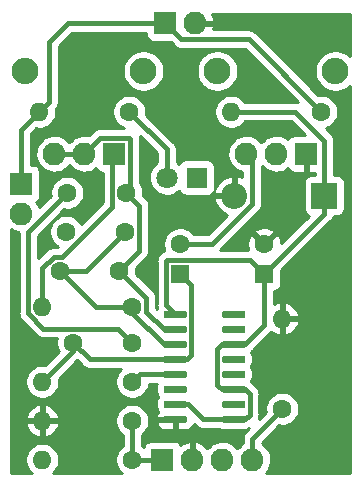
<source format=gtl>
G04 #@! TF.GenerationSoftware,KiCad,Pcbnew,(5.99.0-1097-g51b994466)*
G04 #@! TF.CreationDate,2020-03-11T16:34:52+02:00*
G04 #@! TF.ProjectId,guanaco-rojo,6775616e-6163-46f2-9d72-6f6a6f2e6b69,rev?*
G04 #@! TF.SameCoordinates,Original*
G04 #@! TF.FileFunction,Copper,L1,Top*
G04 #@! TF.FilePolarity,Positive*
%FSLAX46Y46*%
G04 Gerber Fmt 4.6, Leading zero omitted, Abs format (unit mm)*
G04 Created by KiCad (PCBNEW (5.99.0-1097-g51b994466)) date 2020-03-11 16:34:52*
%MOMM*%
%LPD*%
G01*
G04 APERTURE LIST*
%ADD10O,1.930400X1.930400*%
%ADD11R,1.930400X1.930400*%
%ADD12O,2.250000X2.250000*%
%ADD13C,1.800000*%
%ADD14R,1.800000X1.800000*%
%ADD15C,1.600000*%
%ADD16O,1.600000X1.600000*%
%ADD17O,2.200000X2.200000*%
%ADD18R,2.200000X2.200000*%
%ADD19R,1.600000X1.600000*%
%ADD20C,0.381000*%
%ADD21C,0.254000*%
G04 APERTURE END LIST*
D10*
X126746000Y-78994000D03*
D11*
X126746000Y-76454000D03*
D10*
X141478000Y-62865000D03*
D11*
X138938000Y-62865000D03*
G04 #@! TA.AperFunction,SMDPad,CuDef*
G36*
X145597403Y-87214418D02*
G01*
X145646066Y-87246934D01*
X145678582Y-87295597D01*
X145690000Y-87353000D01*
X145690000Y-87653000D01*
X145678582Y-87710403D01*
X145646066Y-87759066D01*
X145597403Y-87791582D01*
X145540000Y-87803000D01*
X143890000Y-87803000D01*
X143832597Y-87791582D01*
X143783934Y-87759066D01*
X143751418Y-87710403D01*
X143740000Y-87653000D01*
X143740000Y-87353000D01*
X143751418Y-87295597D01*
X143783934Y-87246934D01*
X143832597Y-87214418D01*
X143890000Y-87203000D01*
X145540000Y-87203000D01*
X145597403Y-87214418D01*
G37*
G04 #@! TD.AperFunction*
G04 #@! TA.AperFunction,SMDPad,CuDef*
G36*
X145597403Y-88484418D02*
G01*
X145646066Y-88516934D01*
X145678582Y-88565597D01*
X145690000Y-88623000D01*
X145690000Y-88923000D01*
X145678582Y-88980403D01*
X145646066Y-89029066D01*
X145597403Y-89061582D01*
X145540000Y-89073000D01*
X143890000Y-89073000D01*
X143832597Y-89061582D01*
X143783934Y-89029066D01*
X143751418Y-88980403D01*
X143740000Y-88923000D01*
X143740000Y-88623000D01*
X143751418Y-88565597D01*
X143783934Y-88516934D01*
X143832597Y-88484418D01*
X143890000Y-88473000D01*
X145540000Y-88473000D01*
X145597403Y-88484418D01*
G37*
G04 #@! TD.AperFunction*
G04 #@! TA.AperFunction,SMDPad,CuDef*
G36*
X145597403Y-89754418D02*
G01*
X145646066Y-89786934D01*
X145678582Y-89835597D01*
X145690000Y-89893000D01*
X145690000Y-90193000D01*
X145678582Y-90250403D01*
X145646066Y-90299066D01*
X145597403Y-90331582D01*
X145540000Y-90343000D01*
X143890000Y-90343000D01*
X143832597Y-90331582D01*
X143783934Y-90299066D01*
X143751418Y-90250403D01*
X143740000Y-90193000D01*
X143740000Y-89893000D01*
X143751418Y-89835597D01*
X143783934Y-89786934D01*
X143832597Y-89754418D01*
X143890000Y-89743000D01*
X145540000Y-89743000D01*
X145597403Y-89754418D01*
G37*
G04 #@! TD.AperFunction*
G04 #@! TA.AperFunction,SMDPad,CuDef*
G36*
X145597403Y-91024418D02*
G01*
X145646066Y-91056934D01*
X145678582Y-91105597D01*
X145690000Y-91163000D01*
X145690000Y-91463000D01*
X145678582Y-91520403D01*
X145646066Y-91569066D01*
X145597403Y-91601582D01*
X145540000Y-91613000D01*
X143890000Y-91613000D01*
X143832597Y-91601582D01*
X143783934Y-91569066D01*
X143751418Y-91520403D01*
X143740000Y-91463000D01*
X143740000Y-91163000D01*
X143751418Y-91105597D01*
X143783934Y-91056934D01*
X143832597Y-91024418D01*
X143890000Y-91013000D01*
X145540000Y-91013000D01*
X145597403Y-91024418D01*
G37*
G04 #@! TD.AperFunction*
G04 #@! TA.AperFunction,SMDPad,CuDef*
G36*
X145597403Y-92294418D02*
G01*
X145646066Y-92326934D01*
X145678582Y-92375597D01*
X145690000Y-92433000D01*
X145690000Y-92733000D01*
X145678582Y-92790403D01*
X145646066Y-92839066D01*
X145597403Y-92871582D01*
X145540000Y-92883000D01*
X143890000Y-92883000D01*
X143832597Y-92871582D01*
X143783934Y-92839066D01*
X143751418Y-92790403D01*
X143740000Y-92733000D01*
X143740000Y-92433000D01*
X143751418Y-92375597D01*
X143783934Y-92326934D01*
X143832597Y-92294418D01*
X143890000Y-92283000D01*
X145540000Y-92283000D01*
X145597403Y-92294418D01*
G37*
G04 #@! TD.AperFunction*
G04 #@! TA.AperFunction,SMDPad,CuDef*
G36*
X145597403Y-93564418D02*
G01*
X145646066Y-93596934D01*
X145678582Y-93645597D01*
X145690000Y-93703000D01*
X145690000Y-94003000D01*
X145678582Y-94060403D01*
X145646066Y-94109066D01*
X145597403Y-94141582D01*
X145540000Y-94153000D01*
X143890000Y-94153000D01*
X143832597Y-94141582D01*
X143783934Y-94109066D01*
X143751418Y-94060403D01*
X143740000Y-94003000D01*
X143740000Y-93703000D01*
X143751418Y-93645597D01*
X143783934Y-93596934D01*
X143832597Y-93564418D01*
X143890000Y-93553000D01*
X145540000Y-93553000D01*
X145597403Y-93564418D01*
G37*
G04 #@! TD.AperFunction*
G04 #@! TA.AperFunction,SMDPad,CuDef*
G36*
X145597403Y-94834418D02*
G01*
X145646066Y-94866934D01*
X145678582Y-94915597D01*
X145690000Y-94973000D01*
X145690000Y-95273000D01*
X145678582Y-95330403D01*
X145646066Y-95379066D01*
X145597403Y-95411582D01*
X145540000Y-95423000D01*
X143890000Y-95423000D01*
X143832597Y-95411582D01*
X143783934Y-95379066D01*
X143751418Y-95330403D01*
X143740000Y-95273000D01*
X143740000Y-94973000D01*
X143751418Y-94915597D01*
X143783934Y-94866934D01*
X143832597Y-94834418D01*
X143890000Y-94823000D01*
X145540000Y-94823000D01*
X145597403Y-94834418D01*
G37*
G04 #@! TD.AperFunction*
G04 #@! TA.AperFunction,SMDPad,CuDef*
G36*
X145597403Y-96104418D02*
G01*
X145646066Y-96136934D01*
X145678582Y-96185597D01*
X145690000Y-96243000D01*
X145690000Y-96543000D01*
X145678582Y-96600403D01*
X145646066Y-96649066D01*
X145597403Y-96681582D01*
X145540000Y-96693000D01*
X143890000Y-96693000D01*
X143832597Y-96681582D01*
X143783934Y-96649066D01*
X143751418Y-96600403D01*
X143740000Y-96543000D01*
X143740000Y-96243000D01*
X143751418Y-96185597D01*
X143783934Y-96136934D01*
X143832597Y-96104418D01*
X143890000Y-96093000D01*
X145540000Y-96093000D01*
X145597403Y-96104418D01*
G37*
G04 #@! TD.AperFunction*
G04 #@! TA.AperFunction,SMDPad,CuDef*
G36*
X140647403Y-96104418D02*
G01*
X140696066Y-96136934D01*
X140728582Y-96185597D01*
X140740000Y-96243000D01*
X140740000Y-96543000D01*
X140728582Y-96600403D01*
X140696066Y-96649066D01*
X140647403Y-96681582D01*
X140590000Y-96693000D01*
X138940000Y-96693000D01*
X138882597Y-96681582D01*
X138833934Y-96649066D01*
X138801418Y-96600403D01*
X138790000Y-96543000D01*
X138790000Y-96243000D01*
X138801418Y-96185597D01*
X138833934Y-96136934D01*
X138882597Y-96104418D01*
X138940000Y-96093000D01*
X140590000Y-96093000D01*
X140647403Y-96104418D01*
G37*
G04 #@! TD.AperFunction*
G04 #@! TA.AperFunction,SMDPad,CuDef*
G36*
X140647403Y-94834418D02*
G01*
X140696066Y-94866934D01*
X140728582Y-94915597D01*
X140740000Y-94973000D01*
X140740000Y-95273000D01*
X140728582Y-95330403D01*
X140696066Y-95379066D01*
X140647403Y-95411582D01*
X140590000Y-95423000D01*
X138940000Y-95423000D01*
X138882597Y-95411582D01*
X138833934Y-95379066D01*
X138801418Y-95330403D01*
X138790000Y-95273000D01*
X138790000Y-94973000D01*
X138801418Y-94915597D01*
X138833934Y-94866934D01*
X138882597Y-94834418D01*
X138940000Y-94823000D01*
X140590000Y-94823000D01*
X140647403Y-94834418D01*
G37*
G04 #@! TD.AperFunction*
G04 #@! TA.AperFunction,SMDPad,CuDef*
G36*
X140647403Y-93564418D02*
G01*
X140696066Y-93596934D01*
X140728582Y-93645597D01*
X140740000Y-93703000D01*
X140740000Y-94003000D01*
X140728582Y-94060403D01*
X140696066Y-94109066D01*
X140647403Y-94141582D01*
X140590000Y-94153000D01*
X138940000Y-94153000D01*
X138882597Y-94141582D01*
X138833934Y-94109066D01*
X138801418Y-94060403D01*
X138790000Y-94003000D01*
X138790000Y-93703000D01*
X138801418Y-93645597D01*
X138833934Y-93596934D01*
X138882597Y-93564418D01*
X138940000Y-93553000D01*
X140590000Y-93553000D01*
X140647403Y-93564418D01*
G37*
G04 #@! TD.AperFunction*
G04 #@! TA.AperFunction,SMDPad,CuDef*
G36*
X140647403Y-92294418D02*
G01*
X140696066Y-92326934D01*
X140728582Y-92375597D01*
X140740000Y-92433000D01*
X140740000Y-92733000D01*
X140728582Y-92790403D01*
X140696066Y-92839066D01*
X140647403Y-92871582D01*
X140590000Y-92883000D01*
X138940000Y-92883000D01*
X138882597Y-92871582D01*
X138833934Y-92839066D01*
X138801418Y-92790403D01*
X138790000Y-92733000D01*
X138790000Y-92433000D01*
X138801418Y-92375597D01*
X138833934Y-92326934D01*
X138882597Y-92294418D01*
X138940000Y-92283000D01*
X140590000Y-92283000D01*
X140647403Y-92294418D01*
G37*
G04 #@! TD.AperFunction*
G04 #@! TA.AperFunction,SMDPad,CuDef*
G36*
X140647403Y-91024418D02*
G01*
X140696066Y-91056934D01*
X140728582Y-91105597D01*
X140740000Y-91163000D01*
X140740000Y-91463000D01*
X140728582Y-91520403D01*
X140696066Y-91569066D01*
X140647403Y-91601582D01*
X140590000Y-91613000D01*
X138940000Y-91613000D01*
X138882597Y-91601582D01*
X138833934Y-91569066D01*
X138801418Y-91520403D01*
X138790000Y-91463000D01*
X138790000Y-91163000D01*
X138801418Y-91105597D01*
X138833934Y-91056934D01*
X138882597Y-91024418D01*
X138940000Y-91013000D01*
X140590000Y-91013000D01*
X140647403Y-91024418D01*
G37*
G04 #@! TD.AperFunction*
G04 #@! TA.AperFunction,SMDPad,CuDef*
G36*
X140647403Y-89754418D02*
G01*
X140696066Y-89786934D01*
X140728582Y-89835597D01*
X140740000Y-89893000D01*
X140740000Y-90193000D01*
X140728582Y-90250403D01*
X140696066Y-90299066D01*
X140647403Y-90331582D01*
X140590000Y-90343000D01*
X138940000Y-90343000D01*
X138882597Y-90331582D01*
X138833934Y-90299066D01*
X138801418Y-90250403D01*
X138790000Y-90193000D01*
X138790000Y-89893000D01*
X138801418Y-89835597D01*
X138833934Y-89786934D01*
X138882597Y-89754418D01*
X138940000Y-89743000D01*
X140590000Y-89743000D01*
X140647403Y-89754418D01*
G37*
G04 #@! TD.AperFunction*
G04 #@! TA.AperFunction,SMDPad,CuDef*
G36*
X140647403Y-88484418D02*
G01*
X140696066Y-88516934D01*
X140728582Y-88565597D01*
X140740000Y-88623000D01*
X140740000Y-88923000D01*
X140728582Y-88980403D01*
X140696066Y-89029066D01*
X140647403Y-89061582D01*
X140590000Y-89073000D01*
X138940000Y-89073000D01*
X138882597Y-89061582D01*
X138833934Y-89029066D01*
X138801418Y-88980403D01*
X138790000Y-88923000D01*
X138790000Y-88623000D01*
X138801418Y-88565597D01*
X138833934Y-88516934D01*
X138882597Y-88484418D01*
X138940000Y-88473000D01*
X140590000Y-88473000D01*
X140647403Y-88484418D01*
G37*
G04 #@! TD.AperFunction*
G04 #@! TA.AperFunction,SMDPad,CuDef*
G36*
X140647403Y-87214418D02*
G01*
X140696066Y-87246934D01*
X140728582Y-87295597D01*
X140740000Y-87353000D01*
X140740000Y-87653000D01*
X140728582Y-87710403D01*
X140696066Y-87759066D01*
X140647403Y-87791582D01*
X140590000Y-87803000D01*
X138940000Y-87803000D01*
X138882597Y-87791582D01*
X138833934Y-87759066D01*
X138801418Y-87710403D01*
X138790000Y-87653000D01*
X138790000Y-87353000D01*
X138801418Y-87295597D01*
X138833934Y-87246934D01*
X138882597Y-87214418D01*
X138940000Y-87203000D01*
X140590000Y-87203000D01*
X140647403Y-87214418D01*
G37*
G04 #@! TD.AperFunction*
D12*
X153336000Y-66914000D03*
X143336000Y-66914000D03*
D10*
X145796000Y-73914000D03*
X148336000Y-73914000D03*
D11*
X150876000Y-73914000D03*
D12*
X137080000Y-66914000D03*
X127080000Y-66914000D03*
D10*
X129540000Y-73914000D03*
X132080000Y-73914000D03*
D11*
X134620000Y-73914000D03*
D10*
X146304000Y-99822000D03*
X143764000Y-99822000D03*
X141224000Y-99822000D03*
D11*
X138684000Y-99822000D03*
D13*
X139065000Y-75946000D03*
D14*
X141605000Y-75946000D03*
D15*
X135048000Y-83820000D03*
X130048000Y-83820000D03*
D16*
X148844000Y-87884000D03*
D15*
X148844000Y-95504000D03*
D16*
X128270000Y-70358000D03*
D15*
X135890000Y-70358000D03*
D16*
X128524000Y-93218000D03*
D15*
X136144000Y-93218000D03*
D16*
X128524000Y-86868000D03*
D15*
X136144000Y-86868000D03*
D16*
X128524000Y-99822000D03*
D15*
X136144000Y-99822000D03*
D16*
X128524000Y-96520000D03*
D15*
X136144000Y-96520000D03*
D16*
X144526000Y-70358000D03*
D15*
X152146000Y-70358000D03*
D17*
X144780000Y-77470000D03*
D18*
X152400000Y-77470000D03*
D15*
X140208000Y-81574000D03*
D19*
X140208000Y-84074000D03*
D15*
X131144000Y-89916000D03*
X136144000Y-89916000D03*
X130636000Y-77216000D03*
X135636000Y-77216000D03*
X135556000Y-80518000D03*
X130556000Y-80518000D03*
X147320000Y-81574000D03*
D19*
X147320000Y-84074000D03*
D20*
X135890000Y-70358000D02*
X139065000Y-73533000D01*
X139065000Y-73533000D02*
X139065000Y-75946000D01*
X128270000Y-70358000D02*
X129069999Y-69558001D01*
X129069999Y-69558001D02*
X129069999Y-64478001D01*
X129069999Y-64478001D02*
X130683000Y-62865000D01*
X130683000Y-62865000D02*
X138938000Y-62865000D01*
X138938000Y-62865000D02*
X140293701Y-64220701D01*
X140293701Y-64220701D02*
X146008701Y-64220701D01*
X146008701Y-64220701D02*
X152146000Y-70358000D01*
X140208000Y-81574000D02*
X142881942Y-81574000D01*
X142881942Y-81574000D02*
X146270501Y-78185441D01*
X146270501Y-74388501D02*
X145796000Y-73914000D01*
X146270501Y-78185441D02*
X146270501Y-74388501D01*
X139765000Y-87503000D02*
X139017499Y-86755499D01*
X139017499Y-86755499D02*
X139017499Y-82961599D01*
X139017499Y-82961599D02*
X139095599Y-82883499D01*
X146129499Y-82883499D02*
X147320000Y-84074000D01*
X139095599Y-82883499D02*
X146129499Y-82883499D01*
X135636000Y-77216000D02*
X136746501Y-78326501D01*
X136746501Y-78326501D02*
X136746501Y-82121499D01*
X136746501Y-82121499D02*
X135048000Y-83820000D01*
X130048000Y-83820000D02*
X132254000Y-83820000D01*
X132254000Y-83820000D02*
X135556000Y-80518000D01*
X139765000Y-91313000D02*
X132541000Y-91313000D01*
X132541000Y-91313000D02*
X131144000Y-89916000D01*
X139765000Y-92583000D02*
X136779000Y-92583000D01*
X136779000Y-92583000D02*
X136144000Y-93218000D01*
X136144000Y-89916000D02*
X134953499Y-88725499D01*
X134953499Y-88725499D02*
X128619557Y-88725499D01*
X127333499Y-80518501D02*
X130636000Y-77216000D01*
X128619557Y-88725499D02*
X127333499Y-87439441D01*
X127333499Y-87439441D02*
X127333499Y-80518501D01*
X128524000Y-93218000D02*
X131144000Y-90598000D01*
X131144000Y-90598000D02*
X131144000Y-89916000D01*
X136144000Y-99822000D02*
X136144000Y-96520000D01*
X136144000Y-99822000D02*
X138684000Y-99822000D01*
X146304000Y-99822000D02*
X146304000Y-98044000D01*
X146304000Y-98044000D02*
X148844000Y-95504000D01*
X132080000Y-73914000D02*
X133435701Y-72558299D01*
X135897601Y-72558299D02*
X135975701Y-72636399D01*
X133435701Y-72558299D02*
X135897601Y-72558299D01*
X135975701Y-72636399D02*
X135975701Y-76876299D01*
X135975701Y-76876299D02*
X135636000Y-77216000D01*
X134620000Y-73914000D02*
X134445499Y-74088501D01*
X134445499Y-78390443D02*
X130206443Y-82629499D01*
X134445499Y-74088501D02*
X134445499Y-78390443D01*
X130206443Y-82629499D02*
X129476559Y-82629499D01*
X129476559Y-82629499D02*
X128524000Y-83582058D01*
X128524000Y-83582058D02*
X128524000Y-86868000D01*
X126746000Y-76200000D02*
X126746000Y-71882000D01*
X126746000Y-71882000D02*
X128270000Y-70358000D01*
X144526000Y-70358000D02*
X149953302Y-70358000D01*
X152400000Y-72804698D02*
X152400000Y-77470000D01*
X149953302Y-70358000D02*
X152400000Y-72804698D01*
X139765000Y-90043000D02*
X138790000Y-90043000D01*
X138790000Y-90043000D02*
X136144000Y-87397000D01*
X136144000Y-87397000D02*
X136144000Y-86868000D01*
X130048000Y-83820000D02*
X133096000Y-86868000D01*
X133096000Y-86868000D02*
X136144000Y-86868000D01*
X135048000Y-83820000D02*
X137334501Y-86106501D01*
X137334501Y-86106501D02*
X137334501Y-87317501D01*
X137334501Y-87317501D02*
X138790000Y-88773000D01*
X138790000Y-88773000D02*
X139765000Y-88773000D01*
X144715000Y-90043000D02*
X145690000Y-90043000D01*
X145690000Y-90043000D02*
X147320000Y-88413000D01*
X147320000Y-88413000D02*
X147320000Y-84074000D01*
X152400000Y-77470000D02*
X152400000Y-78994000D01*
X152400000Y-78994000D02*
X147320000Y-84074000D01*
X144715000Y-93853000D02*
X143740000Y-93853000D01*
X143349490Y-93462490D02*
X143349490Y-90433510D01*
X143349490Y-90433510D02*
X143740000Y-90043000D01*
X143740000Y-93853000D02*
X143349490Y-93462490D01*
X143740000Y-90043000D02*
X144715000Y-90043000D01*
X144715000Y-96393000D02*
X145690000Y-96393000D01*
X146080510Y-96002490D02*
X146080510Y-94243510D01*
X146080510Y-94243510D02*
X145690000Y-93853000D01*
X145690000Y-96393000D02*
X146080510Y-96002490D01*
X145690000Y-93853000D02*
X144715000Y-93853000D01*
X139765000Y-95123000D02*
X140860500Y-95123000D01*
X140860500Y-95123000D02*
X142130500Y-96393000D01*
X142130500Y-96393000D02*
X144715000Y-96393000D01*
X139765000Y-91313000D02*
X140740000Y-91313000D01*
X141130510Y-84996510D02*
X140208000Y-84074000D01*
X140740000Y-91313000D02*
X141130510Y-90922490D01*
X141130510Y-90922490D02*
X141130510Y-84996510D01*
X129540000Y-73914000D02*
X132080000Y-73914000D01*
G36*
X125932148Y-80376492D02*
G01*
X125941077Y-80381710D01*
X126168873Y-80490851D01*
X126178535Y-80494540D01*
X126421098Y-80565012D01*
X126431232Y-80567073D01*
X126501746Y-80575482D01*
X126502338Y-80584161D01*
X126507000Y-80606000D01*
X126506999Y-87346850D01*
X126503202Y-87363631D01*
X126501762Y-87381527D01*
X126506999Y-87465936D01*
X126506999Y-87494218D01*
X126507636Y-87503160D01*
X126510587Y-87523766D01*
X126515299Y-87599715D01*
X126518939Y-87617294D01*
X126527297Y-87640447D01*
X126530787Y-87664817D01*
X126535826Y-87682049D01*
X126567330Y-87751338D01*
X126593235Y-87823097D01*
X126601895Y-87839264D01*
X126615934Y-87858236D01*
X126626307Y-87881052D01*
X126635980Y-87896177D01*
X126692829Y-87962155D01*
X126705587Y-87979395D01*
X126711690Y-87986478D01*
X126726851Y-88001638D01*
X126778679Y-88061788D01*
X126792209Y-88073590D01*
X126810949Y-88085737D01*
X127969660Y-89244450D01*
X127978842Y-89259002D01*
X127990478Y-89272674D01*
X128053877Y-89328666D01*
X128073867Y-89348657D01*
X128080641Y-89354530D01*
X128097292Y-89367009D01*
X128154333Y-89417386D01*
X128169339Y-89427243D01*
X128191621Y-89437705D01*
X128211318Y-89452467D01*
X128227066Y-89461089D01*
X128298330Y-89487804D01*
X128367397Y-89520231D01*
X128384952Y-89525540D01*
X128408296Y-89529028D01*
X128431764Y-89537826D01*
X128449299Y-89541681D01*
X128536139Y-89548135D01*
X128557358Y-89551306D01*
X128566684Y-89551999D01*
X128588136Y-89551999D01*
X128667306Y-89557882D01*
X128685217Y-89556661D01*
X128707057Y-89551999D01*
X129752062Y-89551999D01*
X129710959Y-89785103D01*
X129710000Y-89796064D01*
X129710000Y-90035936D01*
X129710959Y-90046897D01*
X129752613Y-90283126D01*
X129755460Y-90293753D01*
X129837502Y-90519160D01*
X129842152Y-90529132D01*
X129916041Y-90657112D01*
X128768214Y-91804940D01*
X128654897Y-91784959D01*
X128643936Y-91784000D01*
X128404064Y-91784000D01*
X128393103Y-91784959D01*
X128156874Y-91826613D01*
X128146247Y-91829460D01*
X127920840Y-91911502D01*
X127910868Y-91916152D01*
X127703132Y-92036088D01*
X127694119Y-92042399D01*
X127510366Y-92196587D01*
X127502587Y-92204366D01*
X127348399Y-92388119D01*
X127342088Y-92397132D01*
X127222152Y-92604868D01*
X127217502Y-92614840D01*
X127135460Y-92840247D01*
X127132613Y-92850874D01*
X127090959Y-93087103D01*
X127090000Y-93098064D01*
X127090000Y-93337936D01*
X127090959Y-93348897D01*
X127132613Y-93585126D01*
X127135460Y-93595753D01*
X127217502Y-93821160D01*
X127222152Y-93831132D01*
X127342088Y-94038868D01*
X127348399Y-94047881D01*
X127502587Y-94231634D01*
X127510366Y-94239413D01*
X127694119Y-94393601D01*
X127703132Y-94399912D01*
X127910868Y-94519848D01*
X127920840Y-94524498D01*
X128146247Y-94606540D01*
X128156874Y-94609387D01*
X128393103Y-94651041D01*
X128404064Y-94652000D01*
X128643936Y-94652000D01*
X128654897Y-94651041D01*
X128891126Y-94609387D01*
X128901753Y-94606540D01*
X129127160Y-94524498D01*
X129137132Y-94519848D01*
X129344868Y-94399912D01*
X129353881Y-94393601D01*
X129537634Y-94239413D01*
X129545413Y-94231634D01*
X129699601Y-94047881D01*
X129705912Y-94038868D01*
X129825848Y-93831132D01*
X129830498Y-93821160D01*
X129912540Y-93595753D01*
X129915387Y-93585126D01*
X129957041Y-93348897D01*
X129958000Y-93337936D01*
X129958000Y-93098064D01*
X129957041Y-93087103D01*
X129937060Y-92973786D01*
X131485000Y-91425847D01*
X131891103Y-91831950D01*
X131900286Y-91846504D01*
X131911921Y-91860175D01*
X131975329Y-91916175D01*
X131995311Y-91936158D01*
X132002086Y-91942032D01*
X132018728Y-91954503D01*
X132075775Y-92004886D01*
X132090781Y-92014743D01*
X132113065Y-92025205D01*
X132132761Y-92039967D01*
X132148509Y-92048589D01*
X132219765Y-92075302D01*
X132288840Y-92107732D01*
X132306394Y-92113040D01*
X132329742Y-92116530D01*
X132353208Y-92125326D01*
X132370741Y-92129181D01*
X132457569Y-92135634D01*
X132478805Y-92138807D01*
X132488128Y-92139500D01*
X132509592Y-92139500D01*
X132588748Y-92145382D01*
X132606660Y-92144161D01*
X132628494Y-92139500D01*
X135198399Y-92139500D01*
X135130366Y-92196587D01*
X135122587Y-92204366D01*
X134968399Y-92388119D01*
X134962088Y-92397132D01*
X134842152Y-92604868D01*
X134837502Y-92614840D01*
X134755460Y-92840247D01*
X134752613Y-92850874D01*
X134710959Y-93087103D01*
X134710000Y-93098064D01*
X134710000Y-93337936D01*
X134710959Y-93348897D01*
X134752613Y-93585126D01*
X134755460Y-93595753D01*
X134837502Y-93821160D01*
X134842152Y-93831132D01*
X134962088Y-94038868D01*
X134968399Y-94047881D01*
X135122587Y-94231634D01*
X135130366Y-94239413D01*
X135314119Y-94393601D01*
X135323132Y-94399912D01*
X135530868Y-94519848D01*
X135540840Y-94524498D01*
X135766247Y-94606540D01*
X135776874Y-94609387D01*
X136013103Y-94651041D01*
X136024064Y-94652000D01*
X136263936Y-94652000D01*
X136274897Y-94651041D01*
X136511126Y-94609387D01*
X136521753Y-94606540D01*
X136747160Y-94524498D01*
X136757132Y-94519848D01*
X136964868Y-94399912D01*
X136973881Y-94393601D01*
X137157634Y-94239413D01*
X137165413Y-94231634D01*
X137319601Y-94047881D01*
X137325912Y-94038868D01*
X137445848Y-93831132D01*
X137450498Y-93821160D01*
X137532540Y-93595753D01*
X137535387Y-93585126D01*
X137566355Y-93409500D01*
X138213678Y-93409500D01*
X138188206Y-93462392D01*
X138182640Y-93480438D01*
X138150967Y-93690577D01*
X138150262Y-93699979D01*
X138150262Y-94007201D01*
X138151363Y-94018939D01*
X138200433Y-94278284D01*
X138207828Y-94298212D01*
X138317040Y-94487373D01*
X138320424Y-94491616D01*
X138293101Y-94521063D01*
X138282463Y-94536666D01*
X138188206Y-94732392D01*
X138182640Y-94750438D01*
X138150967Y-94960577D01*
X138150262Y-94969979D01*
X138150262Y-95277201D01*
X138151363Y-95288939D01*
X138200433Y-95548284D01*
X138207828Y-95568212D01*
X138317040Y-95757373D01*
X138320424Y-95761616D01*
X138293101Y-95791063D01*
X138282463Y-95806666D01*
X138188206Y-96002392D01*
X138182640Y-96020438D01*
X138158986Y-96177377D01*
X138234392Y-96265000D01*
X139893000Y-96265000D01*
X139893000Y-97258929D01*
X139966809Y-97332738D01*
X140594201Y-97332738D01*
X140605939Y-97331637D01*
X140865284Y-97282567D01*
X140885212Y-97275172D01*
X141074373Y-97165960D01*
X141089138Y-97154186D01*
X141236899Y-96994937D01*
X141247537Y-96979334D01*
X141341794Y-96783608D01*
X141344262Y-96775608D01*
X141480602Y-96911948D01*
X141489786Y-96926504D01*
X141501421Y-96940175D01*
X141564829Y-96996175D01*
X141584811Y-97016158D01*
X141591586Y-97022032D01*
X141608228Y-97034503D01*
X141665275Y-97084886D01*
X141680281Y-97094743D01*
X141702565Y-97105205D01*
X141722261Y-97119967D01*
X141738009Y-97128589D01*
X141809265Y-97155302D01*
X141878340Y-97187732D01*
X141895894Y-97193040D01*
X141919242Y-97196530D01*
X141942708Y-97205326D01*
X141960241Y-97209181D01*
X142047069Y-97215634D01*
X142068305Y-97218807D01*
X142077628Y-97219500D01*
X142099092Y-97219500D01*
X142178248Y-97225382D01*
X142196160Y-97224161D01*
X142217994Y-97219500D01*
X143493043Y-97219500D01*
X143649392Y-97294794D01*
X143667438Y-97300360D01*
X143877577Y-97332033D01*
X143886979Y-97332738D01*
X145544201Y-97332738D01*
X145555939Y-97331637D01*
X145815284Y-97282567D01*
X145835212Y-97275172D01*
X145997923Y-97181231D01*
X145785051Y-97394103D01*
X145770498Y-97403285D01*
X145756826Y-97414921D01*
X145700827Y-97478328D01*
X145680843Y-97498311D01*
X145674971Y-97505084D01*
X145662494Y-97521731D01*
X145612114Y-97578776D01*
X145602257Y-97593782D01*
X145591796Y-97616062D01*
X145577032Y-97635762D01*
X145568410Y-97651510D01*
X145541691Y-97722783D01*
X145509269Y-97791840D01*
X145503961Y-97809394D01*
X145500472Y-97832735D01*
X145491673Y-97856209D01*
X145487818Y-97873743D01*
X145481363Y-97960602D01*
X145478194Y-97981805D01*
X145477501Y-97991128D01*
X145477501Y-98012575D01*
X145471618Y-98091749D01*
X145472839Y-98109660D01*
X145477501Y-98131499D01*
X145477501Y-98452508D01*
X145344912Y-98536003D01*
X145336642Y-98542212D01*
X145147754Y-98709914D01*
X145140609Y-98717391D01*
X145033627Y-98849503D01*
X144954031Y-98746146D01*
X144947072Y-98738497D01*
X144762337Y-98566229D01*
X144754221Y-98559819D01*
X144543832Y-98420036D01*
X144534778Y-98415038D01*
X144304383Y-98311495D01*
X144294634Y-98308043D01*
X144050423Y-98243519D01*
X144040242Y-98241706D01*
X143788770Y-98217935D01*
X143778429Y-98217808D01*
X143526451Y-98235429D01*
X143516229Y-98236993D01*
X143270513Y-98295531D01*
X143260683Y-98298743D01*
X143027827Y-98396627D01*
X143018654Y-98401402D01*
X142804912Y-98536003D01*
X142796642Y-98542212D01*
X142607754Y-98709914D01*
X142600609Y-98717391D01*
X142493627Y-98849503D01*
X142414031Y-98746146D01*
X142407072Y-98738497D01*
X142222337Y-98566229D01*
X142214221Y-98559819D01*
X142003832Y-98420036D01*
X141994778Y-98415038D01*
X141764383Y-98311495D01*
X141754634Y-98308043D01*
X141510423Y-98243519D01*
X141500242Y-98241706D01*
X141434402Y-98235482D01*
X141352000Y-98310461D01*
X141352000Y-99950000D01*
X141096000Y-99950000D01*
X141096000Y-98306957D01*
X141000184Y-98231286D01*
X140730513Y-98295531D01*
X140720683Y-98298743D01*
X140487827Y-98396627D01*
X140478654Y-98401402D01*
X140264912Y-98536003D01*
X140256642Y-98542212D01*
X140219923Y-98574812D01*
X140214063Y-98552942D01*
X140201320Y-98528462D01*
X140070210Y-98372210D01*
X140053321Y-98358039D01*
X139879080Y-98257441D01*
X139858363Y-98249900D01*
X139665662Y-98215922D01*
X139654701Y-98214963D01*
X137710542Y-98214963D01*
X137694166Y-98217119D01*
X137414942Y-98291937D01*
X137390462Y-98304680D01*
X137234210Y-98435790D01*
X137220039Y-98452679D01*
X137119441Y-98626920D01*
X137111900Y-98647637D01*
X137094301Y-98747444D01*
X136973881Y-98646399D01*
X136970500Y-98644032D01*
X136970500Y-97697968D01*
X136973881Y-97695601D01*
X137157634Y-97541413D01*
X137165413Y-97533634D01*
X137319601Y-97349881D01*
X137325912Y-97340868D01*
X137445848Y-97133132D01*
X137450498Y-97123160D01*
X137532540Y-96897753D01*
X137535387Y-96887126D01*
X137577041Y-96650897D01*
X137578000Y-96639936D01*
X137578000Y-96612224D01*
X138161444Y-96612224D01*
X138200434Y-96818284D01*
X138207828Y-96838212D01*
X138317040Y-97027373D01*
X138328814Y-97042138D01*
X138488063Y-97189899D01*
X138503666Y-97200537D01*
X138699392Y-97294794D01*
X138717438Y-97300360D01*
X138927577Y-97332033D01*
X138936979Y-97332738D01*
X139563191Y-97332738D01*
X139637000Y-97258929D01*
X139637000Y-96594809D01*
X139563191Y-96521000D01*
X138237026Y-96521000D01*
X138161444Y-96612224D01*
X137578000Y-96612224D01*
X137578000Y-96400064D01*
X137577041Y-96389103D01*
X137535387Y-96152874D01*
X137532540Y-96142247D01*
X137450498Y-95916840D01*
X137445848Y-95906868D01*
X137325912Y-95699132D01*
X137319601Y-95690119D01*
X137165413Y-95506366D01*
X137157634Y-95498587D01*
X136973881Y-95344399D01*
X136964868Y-95338088D01*
X136757132Y-95218152D01*
X136747160Y-95213502D01*
X136521753Y-95131460D01*
X136511126Y-95128613D01*
X136274897Y-95086959D01*
X136263936Y-95086000D01*
X136024064Y-95086000D01*
X136013103Y-95086959D01*
X135776874Y-95128613D01*
X135766247Y-95131460D01*
X135540840Y-95213502D01*
X135530868Y-95218152D01*
X135323132Y-95338088D01*
X135314119Y-95344399D01*
X135130366Y-95498587D01*
X135122587Y-95506366D01*
X134968399Y-95690119D01*
X134962088Y-95699132D01*
X134842152Y-95906868D01*
X134837502Y-95916840D01*
X134755460Y-96142247D01*
X134752613Y-96152874D01*
X134710959Y-96389103D01*
X134710000Y-96400064D01*
X134710000Y-96639936D01*
X134710959Y-96650897D01*
X134752613Y-96887126D01*
X134755460Y-96897753D01*
X134837502Y-97123160D01*
X134842152Y-97133132D01*
X134962088Y-97340868D01*
X134968399Y-97349881D01*
X135122587Y-97533634D01*
X135130366Y-97541413D01*
X135314119Y-97695601D01*
X135317501Y-97697969D01*
X135317500Y-98644032D01*
X135314119Y-98646399D01*
X135130366Y-98800587D01*
X135122587Y-98808366D01*
X134968399Y-98992119D01*
X134962088Y-99001132D01*
X134842152Y-99208868D01*
X134837502Y-99218840D01*
X134755460Y-99444247D01*
X134752613Y-99454874D01*
X134710959Y-99691103D01*
X134710000Y-99702064D01*
X134710000Y-99941936D01*
X134710959Y-99952897D01*
X134752613Y-100189126D01*
X134755460Y-100199753D01*
X134837502Y-100425160D01*
X134842152Y-100435132D01*
X134962088Y-100642868D01*
X134968399Y-100651881D01*
X135122587Y-100835634D01*
X135130366Y-100843413D01*
X135276459Y-100966000D01*
X129391541Y-100966000D01*
X129537634Y-100843413D01*
X129545413Y-100835634D01*
X129699601Y-100651881D01*
X129705912Y-100642868D01*
X129825848Y-100435132D01*
X129830498Y-100425160D01*
X129912540Y-100199753D01*
X129915387Y-100189126D01*
X129957041Y-99952897D01*
X129958000Y-99941936D01*
X129958000Y-99702064D01*
X129957041Y-99691103D01*
X129915387Y-99454874D01*
X129912540Y-99444247D01*
X129830498Y-99218840D01*
X129825848Y-99208868D01*
X129705912Y-99001132D01*
X129699601Y-98992119D01*
X129545413Y-98808366D01*
X129537634Y-98800587D01*
X129353881Y-98646399D01*
X129344868Y-98640088D01*
X129137132Y-98520152D01*
X129127160Y-98515502D01*
X128901753Y-98433460D01*
X128891126Y-98430613D01*
X128654897Y-98388959D01*
X128643936Y-98388000D01*
X128404064Y-98388000D01*
X128393103Y-98388959D01*
X128156874Y-98430613D01*
X128146247Y-98433460D01*
X127920840Y-98515502D01*
X127910868Y-98520152D01*
X127703132Y-98640088D01*
X127694119Y-98646399D01*
X127510366Y-98800587D01*
X127502587Y-98808366D01*
X127348399Y-98992119D01*
X127342088Y-99001132D01*
X127222152Y-99208868D01*
X127217502Y-99218840D01*
X127135460Y-99444247D01*
X127132613Y-99454874D01*
X127090959Y-99691103D01*
X127090000Y-99702064D01*
X127090000Y-99941936D01*
X127090959Y-99952897D01*
X127132613Y-100189126D01*
X127135460Y-100199753D01*
X127217502Y-100425160D01*
X127222152Y-100435132D01*
X127342088Y-100642868D01*
X127348399Y-100651881D01*
X127502587Y-100835634D01*
X127510366Y-100843413D01*
X127656459Y-100966000D01*
X125856000Y-100966000D01*
X125856000Y-96738017D01*
X127106321Y-96738017D01*
X127132613Y-96887125D01*
X127135460Y-96897753D01*
X127217502Y-97123160D01*
X127222152Y-97133132D01*
X127342088Y-97340868D01*
X127348399Y-97349881D01*
X127502587Y-97533634D01*
X127510366Y-97541413D01*
X127694119Y-97695601D01*
X127703132Y-97701912D01*
X127910868Y-97821848D01*
X127920840Y-97826498D01*
X128146247Y-97908540D01*
X128156874Y-97911387D01*
X128305982Y-97937680D01*
X128396000Y-97862146D01*
X128651999Y-97862146D01*
X128742017Y-97937679D01*
X128891125Y-97911387D01*
X128901753Y-97908540D01*
X129127160Y-97826498D01*
X129137132Y-97821848D01*
X129344868Y-97701912D01*
X129353881Y-97695601D01*
X129537634Y-97541413D01*
X129545413Y-97533634D01*
X129699601Y-97349881D01*
X129705912Y-97340868D01*
X129825848Y-97133132D01*
X129830498Y-97123160D01*
X129912540Y-96897753D01*
X129915387Y-96887126D01*
X129941680Y-96738018D01*
X129866146Y-96648000D01*
X128725809Y-96647999D01*
X128652000Y-96721808D01*
X128651999Y-97862146D01*
X128396000Y-97862146D01*
X128396001Y-96721809D01*
X128322192Y-96648000D01*
X127181854Y-96647999D01*
X127106321Y-96738017D01*
X125856000Y-96738017D01*
X125856000Y-96301982D01*
X127106320Y-96301982D01*
X127181854Y-96392000D01*
X128322191Y-96392001D01*
X128396000Y-96318192D01*
X128396000Y-96318191D01*
X128651999Y-96318191D01*
X128725808Y-96392000D01*
X129866146Y-96392001D01*
X129941679Y-96301983D01*
X129915387Y-96152875D01*
X129912540Y-96142247D01*
X129830498Y-95916840D01*
X129825848Y-95906868D01*
X129705912Y-95699132D01*
X129699601Y-95690119D01*
X129545413Y-95506366D01*
X129537634Y-95498587D01*
X129353881Y-95344399D01*
X129344868Y-95338088D01*
X129137132Y-95218152D01*
X129127160Y-95213502D01*
X128901753Y-95131460D01*
X128891126Y-95128613D01*
X128742018Y-95102320D01*
X128652000Y-95177854D01*
X128651999Y-96318191D01*
X128396000Y-96318191D01*
X128396001Y-95177854D01*
X128305983Y-95102321D01*
X128156875Y-95128613D01*
X128146247Y-95131460D01*
X127920840Y-95213502D01*
X127910868Y-95218152D01*
X127703132Y-95338088D01*
X127694119Y-95344399D01*
X127510366Y-95498587D01*
X127502587Y-95506366D01*
X127348399Y-95690119D01*
X127342088Y-95699132D01*
X127222152Y-95906868D01*
X127217502Y-95916840D01*
X127135460Y-96142247D01*
X127132613Y-96152874D01*
X127106320Y-96301982D01*
X125856000Y-96301982D01*
X125856000Y-80323172D01*
X125932148Y-80376492D01*
G37*
D21*
X125932148Y-80376492D02*
X125941077Y-80381710D01*
X126168873Y-80490851D01*
X126178535Y-80494540D01*
X126421098Y-80565012D01*
X126431232Y-80567073D01*
X126501746Y-80575482D01*
X126502338Y-80584161D01*
X126507000Y-80606000D01*
X126506999Y-87346850D01*
X126503202Y-87363631D01*
X126501762Y-87381527D01*
X126506999Y-87465936D01*
X126506999Y-87494218D01*
X126507636Y-87503160D01*
X126510587Y-87523766D01*
X126515299Y-87599715D01*
X126518939Y-87617294D01*
X126527297Y-87640447D01*
X126530787Y-87664817D01*
X126535826Y-87682049D01*
X126567330Y-87751338D01*
X126593235Y-87823097D01*
X126601895Y-87839264D01*
X126615934Y-87858236D01*
X126626307Y-87881052D01*
X126635980Y-87896177D01*
X126692829Y-87962155D01*
X126705587Y-87979395D01*
X126711690Y-87986478D01*
X126726851Y-88001638D01*
X126778679Y-88061788D01*
X126792209Y-88073590D01*
X126810949Y-88085737D01*
X127969660Y-89244450D01*
X127978842Y-89259002D01*
X127990478Y-89272674D01*
X128053877Y-89328666D01*
X128073867Y-89348657D01*
X128080641Y-89354530D01*
X128097292Y-89367009D01*
X128154333Y-89417386D01*
X128169339Y-89427243D01*
X128191621Y-89437705D01*
X128211318Y-89452467D01*
X128227066Y-89461089D01*
X128298330Y-89487804D01*
X128367397Y-89520231D01*
X128384952Y-89525540D01*
X128408296Y-89529028D01*
X128431764Y-89537826D01*
X128449299Y-89541681D01*
X128536139Y-89548135D01*
X128557358Y-89551306D01*
X128566684Y-89551999D01*
X128588136Y-89551999D01*
X128667306Y-89557882D01*
X128685217Y-89556661D01*
X128707057Y-89551999D01*
X129752062Y-89551999D01*
X129710959Y-89785103D01*
X129710000Y-89796064D01*
X129710000Y-90035936D01*
X129710959Y-90046897D01*
X129752613Y-90283126D01*
X129755460Y-90293753D01*
X129837502Y-90519160D01*
X129842152Y-90529132D01*
X129916041Y-90657112D01*
X128768214Y-91804940D01*
X128654897Y-91784959D01*
X128643936Y-91784000D01*
X128404064Y-91784000D01*
X128393103Y-91784959D01*
X128156874Y-91826613D01*
X128146247Y-91829460D01*
X127920840Y-91911502D01*
X127910868Y-91916152D01*
X127703132Y-92036088D01*
X127694119Y-92042399D01*
X127510366Y-92196587D01*
X127502587Y-92204366D01*
X127348399Y-92388119D01*
X127342088Y-92397132D01*
X127222152Y-92604868D01*
X127217502Y-92614840D01*
X127135460Y-92840247D01*
X127132613Y-92850874D01*
X127090959Y-93087103D01*
X127090000Y-93098064D01*
X127090000Y-93337936D01*
X127090959Y-93348897D01*
X127132613Y-93585126D01*
X127135460Y-93595753D01*
X127217502Y-93821160D01*
X127222152Y-93831132D01*
X127342088Y-94038868D01*
X127348399Y-94047881D01*
X127502587Y-94231634D01*
X127510366Y-94239413D01*
X127694119Y-94393601D01*
X127703132Y-94399912D01*
X127910868Y-94519848D01*
X127920840Y-94524498D01*
X128146247Y-94606540D01*
X128156874Y-94609387D01*
X128393103Y-94651041D01*
X128404064Y-94652000D01*
X128643936Y-94652000D01*
X128654897Y-94651041D01*
X128891126Y-94609387D01*
X128901753Y-94606540D01*
X129127160Y-94524498D01*
X129137132Y-94519848D01*
X129344868Y-94399912D01*
X129353881Y-94393601D01*
X129537634Y-94239413D01*
X129545413Y-94231634D01*
X129699601Y-94047881D01*
X129705912Y-94038868D01*
X129825848Y-93831132D01*
X129830498Y-93821160D01*
X129912540Y-93595753D01*
X129915387Y-93585126D01*
X129957041Y-93348897D01*
X129958000Y-93337936D01*
X129958000Y-93098064D01*
X129957041Y-93087103D01*
X129937060Y-92973786D01*
X131485000Y-91425847D01*
X131891103Y-91831950D01*
X131900286Y-91846504D01*
X131911921Y-91860175D01*
X131975329Y-91916175D01*
X131995311Y-91936158D01*
X132002086Y-91942032D01*
X132018728Y-91954503D01*
X132075775Y-92004886D01*
X132090781Y-92014743D01*
X132113065Y-92025205D01*
X132132761Y-92039967D01*
X132148509Y-92048589D01*
X132219765Y-92075302D01*
X132288840Y-92107732D01*
X132306394Y-92113040D01*
X132329742Y-92116530D01*
X132353208Y-92125326D01*
X132370741Y-92129181D01*
X132457569Y-92135634D01*
X132478805Y-92138807D01*
X132488128Y-92139500D01*
X132509592Y-92139500D01*
X132588748Y-92145382D01*
X132606660Y-92144161D01*
X132628494Y-92139500D01*
X135198399Y-92139500D01*
X135130366Y-92196587D01*
X135122587Y-92204366D01*
X134968399Y-92388119D01*
X134962088Y-92397132D01*
X134842152Y-92604868D01*
X134837502Y-92614840D01*
X134755460Y-92840247D01*
X134752613Y-92850874D01*
X134710959Y-93087103D01*
X134710000Y-93098064D01*
X134710000Y-93337936D01*
X134710959Y-93348897D01*
X134752613Y-93585126D01*
X134755460Y-93595753D01*
X134837502Y-93821160D01*
X134842152Y-93831132D01*
X134962088Y-94038868D01*
X134968399Y-94047881D01*
X135122587Y-94231634D01*
X135130366Y-94239413D01*
X135314119Y-94393601D01*
X135323132Y-94399912D01*
X135530868Y-94519848D01*
X135540840Y-94524498D01*
X135766247Y-94606540D01*
X135776874Y-94609387D01*
X136013103Y-94651041D01*
X136024064Y-94652000D01*
X136263936Y-94652000D01*
X136274897Y-94651041D01*
X136511126Y-94609387D01*
X136521753Y-94606540D01*
X136747160Y-94524498D01*
X136757132Y-94519848D01*
X136964868Y-94399912D01*
X136973881Y-94393601D01*
X137157634Y-94239413D01*
X137165413Y-94231634D01*
X137319601Y-94047881D01*
X137325912Y-94038868D01*
X137445848Y-93831132D01*
X137450498Y-93821160D01*
X137532540Y-93595753D01*
X137535387Y-93585126D01*
X137566355Y-93409500D01*
X138213678Y-93409500D01*
X138188206Y-93462392D01*
X138182640Y-93480438D01*
X138150967Y-93690577D01*
X138150262Y-93699979D01*
X138150262Y-94007201D01*
X138151363Y-94018939D01*
X138200433Y-94278284D01*
X138207828Y-94298212D01*
X138317040Y-94487373D01*
X138320424Y-94491616D01*
X138293101Y-94521063D01*
X138282463Y-94536666D01*
X138188206Y-94732392D01*
X138182640Y-94750438D01*
X138150967Y-94960577D01*
X138150262Y-94969979D01*
X138150262Y-95277201D01*
X138151363Y-95288939D01*
X138200433Y-95548284D01*
X138207828Y-95568212D01*
X138317040Y-95757373D01*
X138320424Y-95761616D01*
X138293101Y-95791063D01*
X138282463Y-95806666D01*
X138188206Y-96002392D01*
X138182640Y-96020438D01*
X138158986Y-96177377D01*
X138234392Y-96265000D01*
X139893000Y-96265000D01*
X139893000Y-97258929D01*
X139966809Y-97332738D01*
X140594201Y-97332738D01*
X140605939Y-97331637D01*
X140865284Y-97282567D01*
X140885212Y-97275172D01*
X141074373Y-97165960D01*
X141089138Y-97154186D01*
X141236899Y-96994937D01*
X141247537Y-96979334D01*
X141341794Y-96783608D01*
X141344262Y-96775608D01*
X141480602Y-96911948D01*
X141489786Y-96926504D01*
X141501421Y-96940175D01*
X141564829Y-96996175D01*
X141584811Y-97016158D01*
X141591586Y-97022032D01*
X141608228Y-97034503D01*
X141665275Y-97084886D01*
X141680281Y-97094743D01*
X141702565Y-97105205D01*
X141722261Y-97119967D01*
X141738009Y-97128589D01*
X141809265Y-97155302D01*
X141878340Y-97187732D01*
X141895894Y-97193040D01*
X141919242Y-97196530D01*
X141942708Y-97205326D01*
X141960241Y-97209181D01*
X142047069Y-97215634D01*
X142068305Y-97218807D01*
X142077628Y-97219500D01*
X142099092Y-97219500D01*
X142178248Y-97225382D01*
X142196160Y-97224161D01*
X142217994Y-97219500D01*
X143493043Y-97219500D01*
X143649392Y-97294794D01*
X143667438Y-97300360D01*
X143877577Y-97332033D01*
X143886979Y-97332738D01*
X145544201Y-97332738D01*
X145555939Y-97331637D01*
X145815284Y-97282567D01*
X145835212Y-97275172D01*
X145997923Y-97181231D01*
X145785051Y-97394103D01*
X145770498Y-97403285D01*
X145756826Y-97414921D01*
X145700827Y-97478328D01*
X145680843Y-97498311D01*
X145674971Y-97505084D01*
X145662494Y-97521731D01*
X145612114Y-97578776D01*
X145602257Y-97593782D01*
X145591796Y-97616062D01*
X145577032Y-97635762D01*
X145568410Y-97651510D01*
X145541691Y-97722783D01*
X145509269Y-97791840D01*
X145503961Y-97809394D01*
X145500472Y-97832735D01*
X145491673Y-97856209D01*
X145487818Y-97873743D01*
X145481363Y-97960602D01*
X145478194Y-97981805D01*
X145477501Y-97991128D01*
X145477501Y-98012575D01*
X145471618Y-98091749D01*
X145472839Y-98109660D01*
X145477501Y-98131499D01*
X145477501Y-98452508D01*
X145344912Y-98536003D01*
X145336642Y-98542212D01*
X145147754Y-98709914D01*
X145140609Y-98717391D01*
X145033627Y-98849503D01*
X144954031Y-98746146D01*
X144947072Y-98738497D01*
X144762337Y-98566229D01*
X144754221Y-98559819D01*
X144543832Y-98420036D01*
X144534778Y-98415038D01*
X144304383Y-98311495D01*
X144294634Y-98308043D01*
X144050423Y-98243519D01*
X144040242Y-98241706D01*
X143788770Y-98217935D01*
X143778429Y-98217808D01*
X143526451Y-98235429D01*
X143516229Y-98236993D01*
X143270513Y-98295531D01*
X143260683Y-98298743D01*
X143027827Y-98396627D01*
X143018654Y-98401402D01*
X142804912Y-98536003D01*
X142796642Y-98542212D01*
X142607754Y-98709914D01*
X142600609Y-98717391D01*
X142493627Y-98849503D01*
X142414031Y-98746146D01*
X142407072Y-98738497D01*
X142222337Y-98566229D01*
X142214221Y-98559819D01*
X142003832Y-98420036D01*
X141994778Y-98415038D01*
X141764383Y-98311495D01*
X141754634Y-98308043D01*
X141510423Y-98243519D01*
X141500242Y-98241706D01*
X141434402Y-98235482D01*
X141352000Y-98310461D01*
X141352000Y-99950000D01*
X141096000Y-99950000D01*
X141096000Y-98306957D01*
X141000184Y-98231286D01*
X140730513Y-98295531D01*
X140720683Y-98298743D01*
X140487827Y-98396627D01*
X140478654Y-98401402D01*
X140264912Y-98536003D01*
X140256642Y-98542212D01*
X140219923Y-98574812D01*
X140214063Y-98552942D01*
X140201320Y-98528462D01*
X140070210Y-98372210D01*
X140053321Y-98358039D01*
X139879080Y-98257441D01*
X139858363Y-98249900D01*
X139665662Y-98215922D01*
X139654701Y-98214963D01*
X137710542Y-98214963D01*
X137694166Y-98217119D01*
X137414942Y-98291937D01*
X137390462Y-98304680D01*
X137234210Y-98435790D01*
X137220039Y-98452679D01*
X137119441Y-98626920D01*
X137111900Y-98647637D01*
X137094301Y-98747444D01*
X136973881Y-98646399D01*
X136970500Y-98644032D01*
X136970500Y-97697968D01*
X136973881Y-97695601D01*
X137157634Y-97541413D01*
X137165413Y-97533634D01*
X137319601Y-97349881D01*
X137325912Y-97340868D01*
X137445848Y-97133132D01*
X137450498Y-97123160D01*
X137532540Y-96897753D01*
X137535387Y-96887126D01*
X137577041Y-96650897D01*
X137578000Y-96639936D01*
X137578000Y-96612224D01*
X138161444Y-96612224D01*
X138200434Y-96818284D01*
X138207828Y-96838212D01*
X138317040Y-97027373D01*
X138328814Y-97042138D01*
X138488063Y-97189899D01*
X138503666Y-97200537D01*
X138699392Y-97294794D01*
X138717438Y-97300360D01*
X138927577Y-97332033D01*
X138936979Y-97332738D01*
X139563191Y-97332738D01*
X139637000Y-97258929D01*
X139637000Y-96594809D01*
X139563191Y-96521000D01*
X138237026Y-96521000D01*
X138161444Y-96612224D01*
X137578000Y-96612224D01*
X137578000Y-96400064D01*
X137577041Y-96389103D01*
X137535387Y-96152874D01*
X137532540Y-96142247D01*
X137450498Y-95916840D01*
X137445848Y-95906868D01*
X137325912Y-95699132D01*
X137319601Y-95690119D01*
X137165413Y-95506366D01*
X137157634Y-95498587D01*
X136973881Y-95344399D01*
X136964868Y-95338088D01*
X136757132Y-95218152D01*
X136747160Y-95213502D01*
X136521753Y-95131460D01*
X136511126Y-95128613D01*
X136274897Y-95086959D01*
X136263936Y-95086000D01*
X136024064Y-95086000D01*
X136013103Y-95086959D01*
X135776874Y-95128613D01*
X135766247Y-95131460D01*
X135540840Y-95213502D01*
X135530868Y-95218152D01*
X135323132Y-95338088D01*
X135314119Y-95344399D01*
X135130366Y-95498587D01*
X135122587Y-95506366D01*
X134968399Y-95690119D01*
X134962088Y-95699132D01*
X134842152Y-95906868D01*
X134837502Y-95916840D01*
X134755460Y-96142247D01*
X134752613Y-96152874D01*
X134710959Y-96389103D01*
X134710000Y-96400064D01*
X134710000Y-96639936D01*
X134710959Y-96650897D01*
X134752613Y-96887126D01*
X134755460Y-96897753D01*
X134837502Y-97123160D01*
X134842152Y-97133132D01*
X134962088Y-97340868D01*
X134968399Y-97349881D01*
X135122587Y-97533634D01*
X135130366Y-97541413D01*
X135314119Y-97695601D01*
X135317501Y-97697969D01*
X135317500Y-98644032D01*
X135314119Y-98646399D01*
X135130366Y-98800587D01*
X135122587Y-98808366D01*
X134968399Y-98992119D01*
X134962088Y-99001132D01*
X134842152Y-99208868D01*
X134837502Y-99218840D01*
X134755460Y-99444247D01*
X134752613Y-99454874D01*
X134710959Y-99691103D01*
X134710000Y-99702064D01*
X134710000Y-99941936D01*
X134710959Y-99952897D01*
X134752613Y-100189126D01*
X134755460Y-100199753D01*
X134837502Y-100425160D01*
X134842152Y-100435132D01*
X134962088Y-100642868D01*
X134968399Y-100651881D01*
X135122587Y-100835634D01*
X135130366Y-100843413D01*
X135276459Y-100966000D01*
X129391541Y-100966000D01*
X129537634Y-100843413D01*
X129545413Y-100835634D01*
X129699601Y-100651881D01*
X129705912Y-100642868D01*
X129825848Y-100435132D01*
X129830498Y-100425160D01*
X129912540Y-100199753D01*
X129915387Y-100189126D01*
X129957041Y-99952897D01*
X129958000Y-99941936D01*
X129958000Y-99702064D01*
X129957041Y-99691103D01*
X129915387Y-99454874D01*
X129912540Y-99444247D01*
X129830498Y-99218840D01*
X129825848Y-99208868D01*
X129705912Y-99001132D01*
X129699601Y-98992119D01*
X129545413Y-98808366D01*
X129537634Y-98800587D01*
X129353881Y-98646399D01*
X129344868Y-98640088D01*
X129137132Y-98520152D01*
X129127160Y-98515502D01*
X128901753Y-98433460D01*
X128891126Y-98430613D01*
X128654897Y-98388959D01*
X128643936Y-98388000D01*
X128404064Y-98388000D01*
X128393103Y-98388959D01*
X128156874Y-98430613D01*
X128146247Y-98433460D01*
X127920840Y-98515502D01*
X127910868Y-98520152D01*
X127703132Y-98640088D01*
X127694119Y-98646399D01*
X127510366Y-98800587D01*
X127502587Y-98808366D01*
X127348399Y-98992119D01*
X127342088Y-99001132D01*
X127222152Y-99208868D01*
X127217502Y-99218840D01*
X127135460Y-99444247D01*
X127132613Y-99454874D01*
X127090959Y-99691103D01*
X127090000Y-99702064D01*
X127090000Y-99941936D01*
X127090959Y-99952897D01*
X127132613Y-100189126D01*
X127135460Y-100199753D01*
X127217502Y-100425160D01*
X127222152Y-100435132D01*
X127342088Y-100642868D01*
X127348399Y-100651881D01*
X127502587Y-100835634D01*
X127510366Y-100843413D01*
X127656459Y-100966000D01*
X125856000Y-100966000D01*
X125856000Y-96738017D01*
X127106321Y-96738017D01*
X127132613Y-96887125D01*
X127135460Y-96897753D01*
X127217502Y-97123160D01*
X127222152Y-97133132D01*
X127342088Y-97340868D01*
X127348399Y-97349881D01*
X127502587Y-97533634D01*
X127510366Y-97541413D01*
X127694119Y-97695601D01*
X127703132Y-97701912D01*
X127910868Y-97821848D01*
X127920840Y-97826498D01*
X128146247Y-97908540D01*
X128156874Y-97911387D01*
X128305982Y-97937680D01*
X128396000Y-97862146D01*
X128651999Y-97862146D01*
X128742017Y-97937679D01*
X128891125Y-97911387D01*
X128901753Y-97908540D01*
X129127160Y-97826498D01*
X129137132Y-97821848D01*
X129344868Y-97701912D01*
X129353881Y-97695601D01*
X129537634Y-97541413D01*
X129545413Y-97533634D01*
X129699601Y-97349881D01*
X129705912Y-97340868D01*
X129825848Y-97133132D01*
X129830498Y-97123160D01*
X129912540Y-96897753D01*
X129915387Y-96887126D01*
X129941680Y-96738018D01*
X129866146Y-96648000D01*
X128725809Y-96647999D01*
X128652000Y-96721808D01*
X128651999Y-97862146D01*
X128396000Y-97862146D01*
X128396001Y-96721809D01*
X128322192Y-96648000D01*
X127181854Y-96647999D01*
X127106321Y-96738017D01*
X125856000Y-96738017D01*
X125856000Y-96301982D01*
X127106320Y-96301982D01*
X127181854Y-96392000D01*
X128322191Y-96392001D01*
X128396000Y-96318192D01*
X128396000Y-96318191D01*
X128651999Y-96318191D01*
X128725808Y-96392000D01*
X129866146Y-96392001D01*
X129941679Y-96301983D01*
X129915387Y-96152875D01*
X129912540Y-96142247D01*
X129830498Y-95916840D01*
X129825848Y-95906868D01*
X129705912Y-95699132D01*
X129699601Y-95690119D01*
X129545413Y-95506366D01*
X129537634Y-95498587D01*
X129353881Y-95344399D01*
X129344868Y-95338088D01*
X129137132Y-95218152D01*
X129127160Y-95213502D01*
X128901753Y-95131460D01*
X128891126Y-95128613D01*
X128742018Y-95102320D01*
X128652000Y-95177854D01*
X128651999Y-96318191D01*
X128396000Y-96318191D01*
X128396001Y-95177854D01*
X128305983Y-95102321D01*
X128156875Y-95128613D01*
X128146247Y-95131460D01*
X127920840Y-95213502D01*
X127910868Y-95218152D01*
X127703132Y-95338088D01*
X127694119Y-95344399D01*
X127510366Y-95498587D01*
X127502587Y-95506366D01*
X127348399Y-95690119D01*
X127342088Y-95699132D01*
X127222152Y-95906868D01*
X127217502Y-95916840D01*
X127135460Y-96142247D01*
X127132613Y-96152874D01*
X127106320Y-96301982D01*
X125856000Y-96301982D01*
X125856000Y-80323172D01*
X125932148Y-80376492D01*
G36*
X154560000Y-65650399D02*
G01*
X154485423Y-65575822D01*
X154477894Y-65569392D01*
X154261934Y-65412488D01*
X154253492Y-65407315D01*
X154015646Y-65286126D01*
X154006499Y-65282337D01*
X153752623Y-65199847D01*
X153742995Y-65197536D01*
X153479341Y-65155778D01*
X153469470Y-65155001D01*
X153202530Y-65155001D01*
X153192659Y-65155778D01*
X152929005Y-65197536D01*
X152919377Y-65199847D01*
X152665501Y-65282337D01*
X152656354Y-65286126D01*
X152418508Y-65407315D01*
X152410066Y-65412488D01*
X152194106Y-65569392D01*
X152186577Y-65575822D01*
X151997822Y-65764577D01*
X151991392Y-65772106D01*
X151834488Y-65988066D01*
X151829315Y-65996508D01*
X151708126Y-66234354D01*
X151704337Y-66243501D01*
X151621847Y-66497377D01*
X151619536Y-66507005D01*
X151577778Y-66770659D01*
X151577001Y-66780530D01*
X151577001Y-67047470D01*
X151577778Y-67057341D01*
X151619536Y-67320995D01*
X151621847Y-67330623D01*
X151704337Y-67584499D01*
X151708126Y-67593646D01*
X151829315Y-67831492D01*
X151834488Y-67839934D01*
X151991392Y-68055894D01*
X151997822Y-68063423D01*
X152186577Y-68252178D01*
X152194106Y-68258608D01*
X152410066Y-68415512D01*
X152418508Y-68420685D01*
X152656354Y-68541874D01*
X152665501Y-68545663D01*
X152919377Y-68628153D01*
X152929005Y-68630464D01*
X153192659Y-68672222D01*
X153202530Y-68672999D01*
X153469470Y-68672999D01*
X153479341Y-68672222D01*
X153742995Y-68630464D01*
X153752623Y-68628153D01*
X154006499Y-68545663D01*
X154015646Y-68541874D01*
X154253492Y-68420685D01*
X154261934Y-68415512D01*
X154477894Y-68258608D01*
X154485423Y-68252178D01*
X154560000Y-68177601D01*
X154560001Y-100966000D01*
X147428000Y-100966000D01*
X147432730Y-100962003D01*
X147440055Y-100954703D01*
X147603766Y-100762344D01*
X147609801Y-100753946D01*
X147739895Y-100537431D01*
X147744477Y-100528161D01*
X147837463Y-100293306D01*
X147840470Y-100283411D01*
X147894011Y-100035769D01*
X147895418Y-100023969D01*
X147903385Y-99698013D01*
X147902556Y-99686158D01*
X147861175Y-99436197D01*
X147858655Y-99426167D01*
X147777253Y-99187050D01*
X147773130Y-99177566D01*
X147653767Y-98954955D01*
X147648149Y-98946271D01*
X147494031Y-98746146D01*
X147487072Y-98738497D01*
X147302337Y-98566229D01*
X147294221Y-98559819D01*
X147130500Y-98451043D01*
X147130500Y-98386345D01*
X148599786Y-96917060D01*
X148713103Y-96937041D01*
X148724064Y-96938000D01*
X148963936Y-96938000D01*
X148974897Y-96937041D01*
X149211126Y-96895387D01*
X149221753Y-96892540D01*
X149447160Y-96810498D01*
X149457132Y-96805848D01*
X149664868Y-96685912D01*
X149673881Y-96679601D01*
X149857634Y-96525413D01*
X149865413Y-96517634D01*
X150019601Y-96333881D01*
X150025912Y-96324868D01*
X150145848Y-96117132D01*
X150150498Y-96107160D01*
X150232540Y-95881753D01*
X150235387Y-95871126D01*
X150277041Y-95634897D01*
X150278000Y-95623936D01*
X150278000Y-95384064D01*
X150277041Y-95373103D01*
X150235387Y-95136874D01*
X150232540Y-95126247D01*
X150150498Y-94900840D01*
X150145848Y-94890868D01*
X150025912Y-94683132D01*
X150019601Y-94674119D01*
X149865413Y-94490366D01*
X149857634Y-94482587D01*
X149673881Y-94328399D01*
X149664868Y-94322088D01*
X149457132Y-94202152D01*
X149447160Y-94197502D01*
X149221753Y-94115460D01*
X149211126Y-94112613D01*
X148974897Y-94070959D01*
X148963936Y-94070000D01*
X148724064Y-94070000D01*
X148713103Y-94070959D01*
X148476874Y-94112613D01*
X148466247Y-94115460D01*
X148240840Y-94197502D01*
X148230868Y-94202152D01*
X148023132Y-94322088D01*
X148014119Y-94328399D01*
X147830366Y-94482587D01*
X147822587Y-94490366D01*
X147668399Y-94674119D01*
X147662088Y-94683132D01*
X147542152Y-94890868D01*
X147537502Y-94900840D01*
X147455460Y-95126247D01*
X147452613Y-95136874D01*
X147410959Y-95373103D01*
X147410000Y-95384064D01*
X147410000Y-95623936D01*
X147410959Y-95634897D01*
X147430939Y-95748213D01*
X146835247Y-96343905D01*
X146842818Y-96323712D01*
X146875242Y-96254650D01*
X146880551Y-96237095D01*
X146884039Y-96213751D01*
X146892837Y-96190283D01*
X146896692Y-96172748D01*
X146903146Y-96085908D01*
X146906317Y-96064689D01*
X146907010Y-96055363D01*
X146907010Y-96033911D01*
X146912893Y-95954741D01*
X146911672Y-95936830D01*
X146907010Y-95914990D01*
X146907010Y-94336100D01*
X146910807Y-94319319D01*
X146912247Y-94301424D01*
X146907010Y-94217015D01*
X146907010Y-94188732D01*
X146906373Y-94179790D01*
X146903422Y-94159184D01*
X146898710Y-94083235D01*
X146895070Y-94065656D01*
X146886712Y-94042503D01*
X146883222Y-94018133D01*
X146878183Y-94000901D01*
X146846679Y-93931612D01*
X146820774Y-93859853D01*
X146812114Y-93843686D01*
X146798075Y-93824714D01*
X146787702Y-93801898D01*
X146778029Y-93786773D01*
X146721184Y-93720801D01*
X146708423Y-93703556D01*
X146702320Y-93696473D01*
X146687155Y-93681309D01*
X146635329Y-93621163D01*
X146621801Y-93609361D01*
X146603062Y-93597215D01*
X146339899Y-93334053D01*
X146330715Y-93319497D01*
X146319079Y-93305825D01*
X146255663Y-93249818D01*
X146235689Y-93229843D01*
X146228914Y-93223970D01*
X146212276Y-93211500D01*
X146184782Y-93187218D01*
X146186899Y-93184937D01*
X146197537Y-93169334D01*
X146291794Y-92973608D01*
X146297360Y-92955562D01*
X146329033Y-92745423D01*
X146329738Y-92736021D01*
X146329738Y-92428799D01*
X146328637Y-92417061D01*
X146279567Y-92157716D01*
X146272172Y-92137788D01*
X146162960Y-91948627D01*
X146159576Y-91944384D01*
X146186899Y-91914937D01*
X146197537Y-91899334D01*
X146291794Y-91703608D01*
X146297360Y-91685562D01*
X146329033Y-91475423D01*
X146329738Y-91466021D01*
X146329738Y-91158799D01*
X146328637Y-91147061D01*
X146279567Y-90887716D01*
X146272172Y-90867788D01*
X146181433Y-90710623D01*
X146212717Y-90683667D01*
X146229954Y-90670912D01*
X146237037Y-90664809D01*
X146252194Y-90649651D01*
X146312347Y-90597820D01*
X146324149Y-90584291D01*
X146336299Y-90565546D01*
X147838948Y-89062898D01*
X147853502Y-89053715D01*
X147867174Y-89042079D01*
X147920832Y-88981323D01*
X148014119Y-89059601D01*
X148023132Y-89065912D01*
X148230868Y-89185848D01*
X148240840Y-89190498D01*
X148466247Y-89272540D01*
X148476874Y-89275387D01*
X148625982Y-89301680D01*
X148716000Y-89226146D01*
X148971999Y-89226146D01*
X149062017Y-89301679D01*
X149211125Y-89275387D01*
X149221753Y-89272540D01*
X149447160Y-89190498D01*
X149457132Y-89185848D01*
X149664868Y-89065912D01*
X149673881Y-89059601D01*
X149857634Y-88905413D01*
X149865413Y-88897634D01*
X150019601Y-88713881D01*
X150025912Y-88704868D01*
X150145848Y-88497132D01*
X150150498Y-88487160D01*
X150232540Y-88261753D01*
X150235387Y-88251126D01*
X150261680Y-88102018D01*
X150186146Y-88012000D01*
X149045809Y-88011999D01*
X148972000Y-88085808D01*
X148971999Y-89226146D01*
X148716000Y-89226146D01*
X148716001Y-88085808D01*
X148716000Y-88085807D01*
X148716000Y-87682191D01*
X148971999Y-87682191D01*
X149045808Y-87756000D01*
X150186146Y-87756001D01*
X150261679Y-87665983D01*
X150235387Y-87516875D01*
X150232540Y-87506247D01*
X150150498Y-87280840D01*
X150145848Y-87270868D01*
X150025912Y-87063132D01*
X150019601Y-87054119D01*
X149865413Y-86870366D01*
X149857634Y-86862587D01*
X149673881Y-86708399D01*
X149664868Y-86702088D01*
X149457132Y-86582152D01*
X149447160Y-86577502D01*
X149221753Y-86495460D01*
X149211126Y-86492613D01*
X149062018Y-86466320D01*
X148972000Y-86541854D01*
X148971999Y-87682191D01*
X148716000Y-87682191D01*
X148716001Y-86541854D01*
X148625983Y-86466321D01*
X148476875Y-86492613D01*
X148466247Y-86495460D01*
X148240840Y-86577502D01*
X148230868Y-86582152D01*
X148146500Y-86630862D01*
X148146500Y-85513181D01*
X148423859Y-85438863D01*
X148448339Y-85426120D01*
X148604590Y-85295010D01*
X148618761Y-85278121D01*
X148719359Y-85103880D01*
X148726900Y-85083163D01*
X148760878Y-84890462D01*
X148761837Y-84879501D01*
X148761837Y-83801008D01*
X152918949Y-79643898D01*
X152933503Y-79634715D01*
X152947175Y-79623079D01*
X153003167Y-79559680D01*
X153023158Y-79539690D01*
X153029031Y-79532916D01*
X153041510Y-79516265D01*
X153091887Y-79459224D01*
X153101744Y-79444218D01*
X153112206Y-79421936D01*
X153126968Y-79402239D01*
X153135590Y-79386491D01*
X153162305Y-79315227D01*
X153194732Y-79246160D01*
X153200041Y-79228605D01*
X153202547Y-79211837D01*
X153508258Y-79211837D01*
X153524634Y-79209681D01*
X153803859Y-79134863D01*
X153828339Y-79122120D01*
X153984590Y-78991010D01*
X153998761Y-78974121D01*
X154099359Y-78799880D01*
X154106900Y-78779163D01*
X154140878Y-78586462D01*
X154141837Y-78575501D01*
X154141837Y-76361742D01*
X154139681Y-76345366D01*
X154064863Y-76066142D01*
X154052120Y-76041662D01*
X153921010Y-75885410D01*
X153904121Y-75871239D01*
X153729880Y-75770641D01*
X153709163Y-75763100D01*
X153516462Y-75729122D01*
X153505501Y-75728163D01*
X153226500Y-75728163D01*
X153226500Y-72897283D01*
X153230296Y-72880507D01*
X153231736Y-72862612D01*
X153226500Y-72778212D01*
X153226500Y-72749919D01*
X153225863Y-72740977D01*
X153222912Y-72720371D01*
X153218200Y-72644424D01*
X153214560Y-72626844D01*
X153206202Y-72603692D01*
X153202712Y-72579320D01*
X153197673Y-72562089D01*
X153166171Y-72492804D01*
X153140264Y-72421041D01*
X153131604Y-72404874D01*
X153117565Y-72385900D01*
X153107191Y-72363085D01*
X153097518Y-72347960D01*
X153040682Y-72281999D01*
X153027913Y-72264743D01*
X153021809Y-72257659D01*
X153006634Y-72242485D01*
X152954818Y-72182350D01*
X152941290Y-72170549D01*
X152922558Y-72158408D01*
X152513450Y-71749300D01*
X152523753Y-71746540D01*
X152749160Y-71664498D01*
X152759132Y-71659848D01*
X152966868Y-71539912D01*
X152975881Y-71533601D01*
X153159634Y-71379413D01*
X153167413Y-71371634D01*
X153321601Y-71187881D01*
X153327912Y-71178868D01*
X153447848Y-70971132D01*
X153452498Y-70961160D01*
X153534540Y-70735753D01*
X153537387Y-70725126D01*
X153579041Y-70488897D01*
X153580000Y-70477936D01*
X153580000Y-70238064D01*
X153579041Y-70227103D01*
X153537387Y-69990874D01*
X153534540Y-69980247D01*
X153452498Y-69754840D01*
X153447848Y-69744868D01*
X153327912Y-69537132D01*
X153321601Y-69528119D01*
X153167413Y-69344366D01*
X153159634Y-69336587D01*
X152975881Y-69182399D01*
X152966868Y-69176088D01*
X152759132Y-69056152D01*
X152749160Y-69051502D01*
X152523753Y-68969460D01*
X152513126Y-68966613D01*
X152276897Y-68924959D01*
X152265936Y-68924000D01*
X152026064Y-68924000D01*
X152015103Y-68924959D01*
X151901786Y-68944939D01*
X146658602Y-63701757D01*
X146649416Y-63687198D01*
X146637780Y-63673526D01*
X146574364Y-63617519D01*
X146554390Y-63597544D01*
X146547615Y-63591671D01*
X146530977Y-63579201D01*
X146473926Y-63528815D01*
X146458921Y-63518958D01*
X146436635Y-63508494D01*
X146416938Y-63493732D01*
X146401190Y-63485111D01*
X146329932Y-63458398D01*
X146260861Y-63425969D01*
X146243305Y-63420660D01*
X146219961Y-63417172D01*
X146196493Y-63408374D01*
X146178959Y-63404519D01*
X146092114Y-63398065D01*
X146070896Y-63394894D01*
X146061573Y-63394201D01*
X146040113Y-63394201D01*
X145960953Y-63388319D01*
X145943042Y-63389540D01*
X145921207Y-63394201D01*
X142988541Y-63394201D01*
X143011463Y-63336306D01*
X143014470Y-63326411D01*
X143066285Y-63086753D01*
X142990636Y-62993000D01*
X141350000Y-62993000D01*
X141350000Y-62737000D01*
X142987634Y-62737000D01*
X143063119Y-62647991D01*
X143035174Y-62479196D01*
X143032655Y-62469166D01*
X142951253Y-62230050D01*
X142947130Y-62220566D01*
X142883555Y-62102000D01*
X154560000Y-62102000D01*
X154560000Y-65650399D01*
G37*
X154560000Y-65650399D02*
X154485423Y-65575822D01*
X154477894Y-65569392D01*
X154261934Y-65412488D01*
X154253492Y-65407315D01*
X154015646Y-65286126D01*
X154006499Y-65282337D01*
X153752623Y-65199847D01*
X153742995Y-65197536D01*
X153479341Y-65155778D01*
X153469470Y-65155001D01*
X153202530Y-65155001D01*
X153192659Y-65155778D01*
X152929005Y-65197536D01*
X152919377Y-65199847D01*
X152665501Y-65282337D01*
X152656354Y-65286126D01*
X152418508Y-65407315D01*
X152410066Y-65412488D01*
X152194106Y-65569392D01*
X152186577Y-65575822D01*
X151997822Y-65764577D01*
X151991392Y-65772106D01*
X151834488Y-65988066D01*
X151829315Y-65996508D01*
X151708126Y-66234354D01*
X151704337Y-66243501D01*
X151621847Y-66497377D01*
X151619536Y-66507005D01*
X151577778Y-66770659D01*
X151577001Y-66780530D01*
X151577001Y-67047470D01*
X151577778Y-67057341D01*
X151619536Y-67320995D01*
X151621847Y-67330623D01*
X151704337Y-67584499D01*
X151708126Y-67593646D01*
X151829315Y-67831492D01*
X151834488Y-67839934D01*
X151991392Y-68055894D01*
X151997822Y-68063423D01*
X152186577Y-68252178D01*
X152194106Y-68258608D01*
X152410066Y-68415512D01*
X152418508Y-68420685D01*
X152656354Y-68541874D01*
X152665501Y-68545663D01*
X152919377Y-68628153D01*
X152929005Y-68630464D01*
X153192659Y-68672222D01*
X153202530Y-68672999D01*
X153469470Y-68672999D01*
X153479341Y-68672222D01*
X153742995Y-68630464D01*
X153752623Y-68628153D01*
X154006499Y-68545663D01*
X154015646Y-68541874D01*
X154253492Y-68420685D01*
X154261934Y-68415512D01*
X154477894Y-68258608D01*
X154485423Y-68252178D01*
X154560000Y-68177601D01*
X154560001Y-100966000D01*
X147428000Y-100966000D01*
X147432730Y-100962003D01*
X147440055Y-100954703D01*
X147603766Y-100762344D01*
X147609801Y-100753946D01*
X147739895Y-100537431D01*
X147744477Y-100528161D01*
X147837463Y-100293306D01*
X147840470Y-100283411D01*
X147894011Y-100035769D01*
X147895418Y-100023969D01*
X147903385Y-99698013D01*
X147902556Y-99686158D01*
X147861175Y-99436197D01*
X147858655Y-99426167D01*
X147777253Y-99187050D01*
X147773130Y-99177566D01*
X147653767Y-98954955D01*
X147648149Y-98946271D01*
X147494031Y-98746146D01*
X147487072Y-98738497D01*
X147302337Y-98566229D01*
X147294221Y-98559819D01*
X147130500Y-98451043D01*
X147130500Y-98386345D01*
X148599786Y-96917060D01*
X148713103Y-96937041D01*
X148724064Y-96938000D01*
X148963936Y-96938000D01*
X148974897Y-96937041D01*
X149211126Y-96895387D01*
X149221753Y-96892540D01*
X149447160Y-96810498D01*
X149457132Y-96805848D01*
X149664868Y-96685912D01*
X149673881Y-96679601D01*
X149857634Y-96525413D01*
X149865413Y-96517634D01*
X150019601Y-96333881D01*
X150025912Y-96324868D01*
X150145848Y-96117132D01*
X150150498Y-96107160D01*
X150232540Y-95881753D01*
X150235387Y-95871126D01*
X150277041Y-95634897D01*
X150278000Y-95623936D01*
X150278000Y-95384064D01*
X150277041Y-95373103D01*
X150235387Y-95136874D01*
X150232540Y-95126247D01*
X150150498Y-94900840D01*
X150145848Y-94890868D01*
X150025912Y-94683132D01*
X150019601Y-94674119D01*
X149865413Y-94490366D01*
X149857634Y-94482587D01*
X149673881Y-94328399D01*
X149664868Y-94322088D01*
X149457132Y-94202152D01*
X149447160Y-94197502D01*
X149221753Y-94115460D01*
X149211126Y-94112613D01*
X148974897Y-94070959D01*
X148963936Y-94070000D01*
X148724064Y-94070000D01*
X148713103Y-94070959D01*
X148476874Y-94112613D01*
X148466247Y-94115460D01*
X148240840Y-94197502D01*
X148230868Y-94202152D01*
X148023132Y-94322088D01*
X148014119Y-94328399D01*
X147830366Y-94482587D01*
X147822587Y-94490366D01*
X147668399Y-94674119D01*
X147662088Y-94683132D01*
X147542152Y-94890868D01*
X147537502Y-94900840D01*
X147455460Y-95126247D01*
X147452613Y-95136874D01*
X147410959Y-95373103D01*
X147410000Y-95384064D01*
X147410000Y-95623936D01*
X147410959Y-95634897D01*
X147430939Y-95748213D01*
X146835247Y-96343905D01*
X146842818Y-96323712D01*
X146875242Y-96254650D01*
X146880551Y-96237095D01*
X146884039Y-96213751D01*
X146892837Y-96190283D01*
X146896692Y-96172748D01*
X146903146Y-96085908D01*
X146906317Y-96064689D01*
X146907010Y-96055363D01*
X146907010Y-96033911D01*
X146912893Y-95954741D01*
X146911672Y-95936830D01*
X146907010Y-95914990D01*
X146907010Y-94336100D01*
X146910807Y-94319319D01*
X146912247Y-94301424D01*
X146907010Y-94217015D01*
X146907010Y-94188732D01*
X146906373Y-94179790D01*
X146903422Y-94159184D01*
X146898710Y-94083235D01*
X146895070Y-94065656D01*
X146886712Y-94042503D01*
X146883222Y-94018133D01*
X146878183Y-94000901D01*
X146846679Y-93931612D01*
X146820774Y-93859853D01*
X146812114Y-93843686D01*
X146798075Y-93824714D01*
X146787702Y-93801898D01*
X146778029Y-93786773D01*
X146721184Y-93720801D01*
X146708423Y-93703556D01*
X146702320Y-93696473D01*
X146687155Y-93681309D01*
X146635329Y-93621163D01*
X146621801Y-93609361D01*
X146603062Y-93597215D01*
X146339899Y-93334053D01*
X146330715Y-93319497D01*
X146319079Y-93305825D01*
X146255663Y-93249818D01*
X146235689Y-93229843D01*
X146228914Y-93223970D01*
X146212276Y-93211500D01*
X146184782Y-93187218D01*
X146186899Y-93184937D01*
X146197537Y-93169334D01*
X146291794Y-92973608D01*
X146297360Y-92955562D01*
X146329033Y-92745423D01*
X146329738Y-92736021D01*
X146329738Y-92428799D01*
X146328637Y-92417061D01*
X146279567Y-92157716D01*
X146272172Y-92137788D01*
X146162960Y-91948627D01*
X146159576Y-91944384D01*
X146186899Y-91914937D01*
X146197537Y-91899334D01*
X146291794Y-91703608D01*
X146297360Y-91685562D01*
X146329033Y-91475423D01*
X146329738Y-91466021D01*
X146329738Y-91158799D01*
X146328637Y-91147061D01*
X146279567Y-90887716D01*
X146272172Y-90867788D01*
X146181433Y-90710623D01*
X146212717Y-90683667D01*
X146229954Y-90670912D01*
X146237037Y-90664809D01*
X146252194Y-90649651D01*
X146312347Y-90597820D01*
X146324149Y-90584291D01*
X146336299Y-90565546D01*
X147838948Y-89062898D01*
X147853502Y-89053715D01*
X147867174Y-89042079D01*
X147920832Y-88981323D01*
X148014119Y-89059601D01*
X148023132Y-89065912D01*
X148230868Y-89185848D01*
X148240840Y-89190498D01*
X148466247Y-89272540D01*
X148476874Y-89275387D01*
X148625982Y-89301680D01*
X148716000Y-89226146D01*
X148971999Y-89226146D01*
X149062017Y-89301679D01*
X149211125Y-89275387D01*
X149221753Y-89272540D01*
X149447160Y-89190498D01*
X149457132Y-89185848D01*
X149664868Y-89065912D01*
X149673881Y-89059601D01*
X149857634Y-88905413D01*
X149865413Y-88897634D01*
X150019601Y-88713881D01*
X150025912Y-88704868D01*
X150145848Y-88497132D01*
X150150498Y-88487160D01*
X150232540Y-88261753D01*
X150235387Y-88251126D01*
X150261680Y-88102018D01*
X150186146Y-88012000D01*
X149045809Y-88011999D01*
X148972000Y-88085808D01*
X148971999Y-89226146D01*
X148716000Y-89226146D01*
X148716001Y-88085808D01*
X148716000Y-88085807D01*
X148716000Y-87682191D01*
X148971999Y-87682191D01*
X149045808Y-87756000D01*
X150186146Y-87756001D01*
X150261679Y-87665983D01*
X150235387Y-87516875D01*
X150232540Y-87506247D01*
X150150498Y-87280840D01*
X150145848Y-87270868D01*
X150025912Y-87063132D01*
X150019601Y-87054119D01*
X149865413Y-86870366D01*
X149857634Y-86862587D01*
X149673881Y-86708399D01*
X149664868Y-86702088D01*
X149457132Y-86582152D01*
X149447160Y-86577502D01*
X149221753Y-86495460D01*
X149211126Y-86492613D01*
X149062018Y-86466320D01*
X148972000Y-86541854D01*
X148971999Y-87682191D01*
X148716000Y-87682191D01*
X148716001Y-86541854D01*
X148625983Y-86466321D01*
X148476875Y-86492613D01*
X148466247Y-86495460D01*
X148240840Y-86577502D01*
X148230868Y-86582152D01*
X148146500Y-86630862D01*
X148146500Y-85513181D01*
X148423859Y-85438863D01*
X148448339Y-85426120D01*
X148604590Y-85295010D01*
X148618761Y-85278121D01*
X148719359Y-85103880D01*
X148726900Y-85083163D01*
X148760878Y-84890462D01*
X148761837Y-84879501D01*
X148761837Y-83801008D01*
X152918949Y-79643898D01*
X152933503Y-79634715D01*
X152947175Y-79623079D01*
X153003167Y-79559680D01*
X153023158Y-79539690D01*
X153029031Y-79532916D01*
X153041510Y-79516265D01*
X153091887Y-79459224D01*
X153101744Y-79444218D01*
X153112206Y-79421936D01*
X153126968Y-79402239D01*
X153135590Y-79386491D01*
X153162305Y-79315227D01*
X153194732Y-79246160D01*
X153200041Y-79228605D01*
X153202547Y-79211837D01*
X153508258Y-79211837D01*
X153524634Y-79209681D01*
X153803859Y-79134863D01*
X153828339Y-79122120D01*
X153984590Y-78991010D01*
X153998761Y-78974121D01*
X154099359Y-78799880D01*
X154106900Y-78779163D01*
X154140878Y-78586462D01*
X154141837Y-78575501D01*
X154141837Y-76361742D01*
X154139681Y-76345366D01*
X154064863Y-76066142D01*
X154052120Y-76041662D01*
X153921010Y-75885410D01*
X153904121Y-75871239D01*
X153729880Y-75770641D01*
X153709163Y-75763100D01*
X153516462Y-75729122D01*
X153505501Y-75728163D01*
X153226500Y-75728163D01*
X153226500Y-72897283D01*
X153230296Y-72880507D01*
X153231736Y-72862612D01*
X153226500Y-72778212D01*
X153226500Y-72749919D01*
X153225863Y-72740977D01*
X153222912Y-72720371D01*
X153218200Y-72644424D01*
X153214560Y-72626844D01*
X153206202Y-72603692D01*
X153202712Y-72579320D01*
X153197673Y-72562089D01*
X153166171Y-72492804D01*
X153140264Y-72421041D01*
X153131604Y-72404874D01*
X153117565Y-72385900D01*
X153107191Y-72363085D01*
X153097518Y-72347960D01*
X153040682Y-72281999D01*
X153027913Y-72264743D01*
X153021809Y-72257659D01*
X153006634Y-72242485D01*
X152954818Y-72182350D01*
X152941290Y-72170549D01*
X152922558Y-72158408D01*
X152513450Y-71749300D01*
X152523753Y-71746540D01*
X152749160Y-71664498D01*
X152759132Y-71659848D01*
X152966868Y-71539912D01*
X152975881Y-71533601D01*
X153159634Y-71379413D01*
X153167413Y-71371634D01*
X153321601Y-71187881D01*
X153327912Y-71178868D01*
X153447848Y-70971132D01*
X153452498Y-70961160D01*
X153534540Y-70735753D01*
X153537387Y-70725126D01*
X153579041Y-70488897D01*
X153580000Y-70477936D01*
X153580000Y-70238064D01*
X153579041Y-70227103D01*
X153537387Y-69990874D01*
X153534540Y-69980247D01*
X153452498Y-69754840D01*
X153447848Y-69744868D01*
X153327912Y-69537132D01*
X153321601Y-69528119D01*
X153167413Y-69344366D01*
X153159634Y-69336587D01*
X152975881Y-69182399D01*
X152966868Y-69176088D01*
X152759132Y-69056152D01*
X152749160Y-69051502D01*
X152523753Y-68969460D01*
X152513126Y-68966613D01*
X152276897Y-68924959D01*
X152265936Y-68924000D01*
X152026064Y-68924000D01*
X152015103Y-68924959D01*
X151901786Y-68944939D01*
X146658602Y-63701757D01*
X146649416Y-63687198D01*
X146637780Y-63673526D01*
X146574364Y-63617519D01*
X146554390Y-63597544D01*
X146547615Y-63591671D01*
X146530977Y-63579201D01*
X146473926Y-63528815D01*
X146458921Y-63518958D01*
X146436635Y-63508494D01*
X146416938Y-63493732D01*
X146401190Y-63485111D01*
X146329932Y-63458398D01*
X146260861Y-63425969D01*
X146243305Y-63420660D01*
X146219961Y-63417172D01*
X146196493Y-63408374D01*
X146178959Y-63404519D01*
X146092114Y-63398065D01*
X146070896Y-63394894D01*
X146061573Y-63394201D01*
X146040113Y-63394201D01*
X145960953Y-63388319D01*
X145943042Y-63389540D01*
X145921207Y-63394201D01*
X142988541Y-63394201D01*
X143011463Y-63336306D01*
X143014470Y-63326411D01*
X143066285Y-63086753D01*
X142990636Y-62993000D01*
X141350000Y-62993000D01*
X141350000Y-62737000D01*
X142987634Y-62737000D01*
X143063119Y-62647991D01*
X143035174Y-62479196D01*
X143032655Y-62469166D01*
X142951253Y-62230050D01*
X142947130Y-62220566D01*
X142883555Y-62102000D01*
X154560000Y-62102000D01*
X154560000Y-65650399D01*
G36*
X137330963Y-63838458D02*
G01*
X137333119Y-63854834D01*
X137407937Y-64134059D01*
X137420680Y-64158539D01*
X137551790Y-64314790D01*
X137568679Y-64328961D01*
X137742920Y-64429559D01*
X137763637Y-64437100D01*
X137956338Y-64471078D01*
X137967299Y-64472037D01*
X139376190Y-64472037D01*
X139643804Y-64739652D01*
X139652986Y-64754204D01*
X139664622Y-64767876D01*
X139728021Y-64823868D01*
X139748011Y-64843859D01*
X139754785Y-64849732D01*
X139771436Y-64862211D01*
X139828477Y-64912588D01*
X139843483Y-64922445D01*
X139865765Y-64932907D01*
X139885462Y-64947669D01*
X139901210Y-64956291D01*
X139972474Y-64983006D01*
X140041541Y-65015433D01*
X140059096Y-65020742D01*
X140082440Y-65024230D01*
X140105908Y-65033028D01*
X140123442Y-65036883D01*
X140210287Y-65043337D01*
X140231506Y-65046508D01*
X140240829Y-65047201D01*
X140262290Y-65047201D01*
X140341451Y-65053083D01*
X140359361Y-65051862D01*
X140381196Y-65047201D01*
X145666356Y-65047201D01*
X150175217Y-69556063D01*
X150164562Y-69554471D01*
X150141094Y-69545673D01*
X150123560Y-69541818D01*
X150036715Y-69535364D01*
X150015497Y-69532193D01*
X150006174Y-69531500D01*
X149984714Y-69531500D01*
X149905554Y-69525618D01*
X149887643Y-69526839D01*
X149865808Y-69531500D01*
X145703968Y-69531500D01*
X145701601Y-69528119D01*
X145547413Y-69344366D01*
X145539634Y-69336587D01*
X145355881Y-69182399D01*
X145346868Y-69176088D01*
X145139132Y-69056152D01*
X145129160Y-69051502D01*
X144903753Y-68969460D01*
X144893126Y-68966613D01*
X144656897Y-68924959D01*
X144645936Y-68924000D01*
X144406064Y-68924000D01*
X144395103Y-68924959D01*
X144158874Y-68966613D01*
X144148247Y-68969460D01*
X143922840Y-69051502D01*
X143912868Y-69056152D01*
X143705132Y-69176088D01*
X143696119Y-69182399D01*
X143512366Y-69336587D01*
X143504587Y-69344366D01*
X143350399Y-69528119D01*
X143344088Y-69537132D01*
X143224152Y-69744868D01*
X143219502Y-69754840D01*
X143137460Y-69980247D01*
X143134613Y-69990874D01*
X143092959Y-70227103D01*
X143092000Y-70238064D01*
X143092000Y-70477936D01*
X143092959Y-70488897D01*
X143134613Y-70725126D01*
X143137460Y-70735753D01*
X143219502Y-70961160D01*
X143224152Y-70971132D01*
X143344088Y-71178868D01*
X143350399Y-71187881D01*
X143504587Y-71371634D01*
X143512366Y-71379413D01*
X143696119Y-71533601D01*
X143705132Y-71539912D01*
X143912868Y-71659848D01*
X143922840Y-71664498D01*
X144148247Y-71746540D01*
X144158874Y-71749387D01*
X144395103Y-71791041D01*
X144406064Y-71792000D01*
X144645936Y-71792000D01*
X144656897Y-71791041D01*
X144893126Y-71749387D01*
X144903753Y-71746540D01*
X145129160Y-71664498D01*
X145139132Y-71659848D01*
X145346868Y-71539912D01*
X145355881Y-71533601D01*
X145539634Y-71379413D01*
X145547413Y-71371634D01*
X145701601Y-71187881D01*
X145703968Y-71184500D01*
X149610957Y-71184500D01*
X150733419Y-72306963D01*
X149902542Y-72306963D01*
X149886166Y-72309119D01*
X149606942Y-72383937D01*
X149582462Y-72396680D01*
X149426210Y-72527790D01*
X149412039Y-72544679D01*
X149342231Y-72665590D01*
X149334337Y-72658229D01*
X149326221Y-72651819D01*
X149115832Y-72512036D01*
X149106778Y-72507038D01*
X148876383Y-72403495D01*
X148866634Y-72400043D01*
X148622423Y-72335519D01*
X148612242Y-72333706D01*
X148360770Y-72309935D01*
X148350429Y-72309808D01*
X148098451Y-72327429D01*
X148088229Y-72328993D01*
X147842513Y-72387531D01*
X147832683Y-72390743D01*
X147599827Y-72488627D01*
X147590654Y-72493402D01*
X147376912Y-72628003D01*
X147368642Y-72634212D01*
X147179754Y-72801914D01*
X147172609Y-72809391D01*
X147065627Y-72941503D01*
X146986031Y-72838146D01*
X146979072Y-72830497D01*
X146794337Y-72658229D01*
X146786221Y-72651819D01*
X146575832Y-72512036D01*
X146566778Y-72507038D01*
X146336383Y-72403495D01*
X146326634Y-72400043D01*
X146082423Y-72335519D01*
X146072242Y-72333706D01*
X145820770Y-72309935D01*
X145810429Y-72309808D01*
X145558451Y-72327429D01*
X145548229Y-72328993D01*
X145302513Y-72387531D01*
X145292683Y-72390743D01*
X145059827Y-72488627D01*
X145050654Y-72493402D01*
X144836912Y-72628003D01*
X144828642Y-72634212D01*
X144639754Y-72801914D01*
X144632609Y-72809391D01*
X144473647Y-73005693D01*
X144467820Y-73014236D01*
X144343054Y-73233864D01*
X144338699Y-73243244D01*
X144251479Y-73480300D01*
X144248716Y-73490266D01*
X144201385Y-73738384D01*
X144200286Y-73748667D01*
X144194114Y-74001185D01*
X144194710Y-74011509D01*
X144229864Y-74261643D01*
X144232137Y-74271732D01*
X144307673Y-74512766D01*
X144311564Y-74522348D01*
X144425452Y-74747808D01*
X144430855Y-74756626D01*
X144580038Y-74960458D01*
X144586809Y-74968275D01*
X144767280Y-75145004D01*
X144775237Y-75151610D01*
X144982148Y-75296492D01*
X144991077Y-75301710D01*
X145218873Y-75410851D01*
X145228535Y-75414540D01*
X145444002Y-75477140D01*
X145444002Y-75862789D01*
X145440902Y-75861505D01*
X145190769Y-75780232D01*
X145181142Y-75777921D01*
X144996339Y-75748650D01*
X144908000Y-75824099D01*
X144907999Y-77268192D01*
X144908000Y-77268193D01*
X144907999Y-77598000D01*
X143134099Y-77597999D01*
X143058650Y-77686338D01*
X143087921Y-77871141D01*
X143090232Y-77880769D01*
X143171505Y-78130902D01*
X143175294Y-78140050D01*
X143294696Y-78374390D01*
X143299869Y-78382832D01*
X143454460Y-78595608D01*
X143460890Y-78603137D01*
X143646863Y-78789110D01*
X143654392Y-78795540D01*
X143867168Y-78950131D01*
X143875610Y-78955304D01*
X144109950Y-79074706D01*
X144119098Y-79078495D01*
X144186652Y-79100445D01*
X142539597Y-80747500D01*
X141385968Y-80747500D01*
X141383601Y-80744119D01*
X141229413Y-80560366D01*
X141221634Y-80552587D01*
X141037881Y-80398399D01*
X141028868Y-80392088D01*
X140821132Y-80272152D01*
X140811160Y-80267502D01*
X140585753Y-80185460D01*
X140575126Y-80182613D01*
X140338897Y-80140959D01*
X140327936Y-80140000D01*
X140088064Y-80140000D01*
X140077103Y-80140959D01*
X139840874Y-80182613D01*
X139830247Y-80185460D01*
X139604840Y-80267502D01*
X139594868Y-80272152D01*
X139387132Y-80392088D01*
X139378119Y-80398399D01*
X139194366Y-80552587D01*
X139186587Y-80560366D01*
X139032399Y-80744119D01*
X139026088Y-80753132D01*
X138906152Y-80960868D01*
X138901502Y-80970840D01*
X138819460Y-81196247D01*
X138816613Y-81206874D01*
X138774959Y-81443103D01*
X138774000Y-81454064D01*
X138774000Y-81693936D01*
X138774959Y-81704897D01*
X138816613Y-81941126D01*
X138819460Y-81951753D01*
X138866790Y-82081791D01*
X138852990Y-82085826D01*
X138783695Y-82117332D01*
X138711943Y-82143235D01*
X138695776Y-82151895D01*
X138676807Y-82165932D01*
X138653987Y-82176307D01*
X138638862Y-82185980D01*
X138572882Y-82242832D01*
X138555645Y-82255587D01*
X138548562Y-82261690D01*
X138533405Y-82276848D01*
X138473250Y-82328681D01*
X138461445Y-82342215D01*
X138460568Y-82343568D01*
X138414326Y-82395927D01*
X138394342Y-82415910D01*
X138388470Y-82422683D01*
X138375993Y-82439330D01*
X138325613Y-82496375D01*
X138315756Y-82511381D01*
X138305295Y-82533661D01*
X138290531Y-82553361D01*
X138281909Y-82569109D01*
X138255190Y-82640382D01*
X138222768Y-82709439D01*
X138217460Y-82726993D01*
X138213971Y-82750334D01*
X138205172Y-82773808D01*
X138201317Y-82791342D01*
X138194862Y-82878201D01*
X138191693Y-82899404D01*
X138191000Y-82908727D01*
X138191000Y-82930174D01*
X138185117Y-83009348D01*
X138186338Y-83027259D01*
X138191000Y-83049098D01*
X138190999Y-86662909D01*
X138187202Y-86679690D01*
X138185762Y-86697585D01*
X138190999Y-86781994D01*
X138190999Y-86810276D01*
X138191636Y-86819218D01*
X138194587Y-86839824D01*
X138199299Y-86915773D01*
X138202939Y-86933352D01*
X138211297Y-86956505D01*
X138214787Y-86980875D01*
X138219826Y-86998107D01*
X138231198Y-87023118D01*
X138223971Y-87038125D01*
X138161001Y-86975155D01*
X138161001Y-86199091D01*
X138164798Y-86182310D01*
X138166238Y-86164415D01*
X138161001Y-86080006D01*
X138161001Y-86051723D01*
X138160364Y-86042781D01*
X138157413Y-86022175D01*
X138152701Y-85946226D01*
X138149061Y-85928647D01*
X138140703Y-85905494D01*
X138137213Y-85881124D01*
X138132174Y-85863892D01*
X138100670Y-85794603D01*
X138074765Y-85722844D01*
X138066105Y-85706677D01*
X138052066Y-85687705D01*
X138041693Y-85664889D01*
X138032020Y-85649763D01*
X137975178Y-85583796D01*
X137962414Y-85566547D01*
X137956310Y-85559463D01*
X137941141Y-85544295D01*
X137889319Y-85484154D01*
X137875791Y-85472352D01*
X137857053Y-85460207D01*
X136461060Y-84064214D01*
X136481041Y-83950897D01*
X136482000Y-83939936D01*
X136482000Y-83700064D01*
X136481041Y-83689103D01*
X136461060Y-83575786D01*
X137265449Y-82771397D01*
X137280005Y-82762213D01*
X137293677Y-82750577D01*
X137349669Y-82687177D01*
X137369657Y-82667190D01*
X137375532Y-82660414D01*
X137388009Y-82643766D01*
X137438387Y-82586724D01*
X137448244Y-82571719D01*
X137458706Y-82549436D01*
X137473470Y-82529737D01*
X137482091Y-82513989D01*
X137508804Y-82442731D01*
X137541233Y-82373660D01*
X137546541Y-82356106D01*
X137550031Y-82332756D01*
X137558828Y-82309290D01*
X137562682Y-82291757D01*
X137569135Y-82204930D01*
X137572308Y-82183694D01*
X137573001Y-82174371D01*
X137573001Y-82152907D01*
X137578883Y-82073751D01*
X137577662Y-82055839D01*
X137573001Y-82034005D01*
X137573001Y-78419091D01*
X137576798Y-78402310D01*
X137578238Y-78384415D01*
X137573001Y-78300006D01*
X137573001Y-78271723D01*
X137572364Y-78262781D01*
X137569413Y-78242175D01*
X137564701Y-78166226D01*
X137561061Y-78148647D01*
X137552703Y-78125494D01*
X137549213Y-78101124D01*
X137544174Y-78083892D01*
X137512670Y-78014603D01*
X137486765Y-77942845D01*
X137478106Y-77926678D01*
X137464067Y-77907706D01*
X137453692Y-77884888D01*
X137444019Y-77869763D01*
X137387184Y-77803804D01*
X137374415Y-77786547D01*
X137368311Y-77779463D01*
X137353135Y-77764288D01*
X137301319Y-77704153D01*
X137287789Y-77692351D01*
X137269056Y-77680209D01*
X137049061Y-77460213D01*
X137069041Y-77346897D01*
X137070000Y-77335936D01*
X137070000Y-77096064D01*
X137069041Y-77085103D01*
X137027387Y-76848874D01*
X137024540Y-76838247D01*
X136942498Y-76612840D01*
X136937848Y-76602868D01*
X136817912Y-76395132D01*
X136811601Y-76386119D01*
X136802201Y-76374917D01*
X136802201Y-72728990D01*
X136805998Y-72712209D01*
X136807438Y-72694313D01*
X136802201Y-72609904D01*
X136802201Y-72581621D01*
X136801564Y-72572679D01*
X136798613Y-72552073D01*
X136793901Y-72476124D01*
X136790261Y-72458545D01*
X136781903Y-72435392D01*
X136779121Y-72415967D01*
X138238500Y-73875346D01*
X138238500Y-74650119D01*
X138060311Y-74780056D01*
X138052250Y-74787051D01*
X137878225Y-74966005D01*
X137871459Y-74974257D01*
X137730073Y-75179974D01*
X137724793Y-75189249D01*
X137620090Y-75415847D01*
X137616448Y-75425879D01*
X137551422Y-75666878D01*
X137549523Y-75677380D01*
X137526032Y-75925891D01*
X137525930Y-75936562D01*
X137544646Y-76185477D01*
X137546343Y-76196013D01*
X137606731Y-76438218D01*
X137610179Y-76448317D01*
X137710512Y-76676884D01*
X137715613Y-76686258D01*
X137853023Y-76894650D01*
X137859630Y-76903031D01*
X138030187Y-77085294D01*
X138038112Y-77092442D01*
X138236941Y-77243361D01*
X138245957Y-77249071D01*
X138467371Y-77364332D01*
X138477220Y-77368442D01*
X138714889Y-77444749D01*
X138725290Y-77447140D01*
X138972417Y-77482312D01*
X138983072Y-77482917D01*
X139232593Y-77475948D01*
X139243198Y-77474749D01*
X139487977Y-77425837D01*
X139498228Y-77422868D01*
X139731267Y-77333413D01*
X139740871Y-77328760D01*
X139955506Y-77201319D01*
X139964188Y-77195114D01*
X140117338Y-77064773D01*
X140140137Y-77149859D01*
X140152880Y-77174339D01*
X140283990Y-77330590D01*
X140300879Y-77344761D01*
X140475120Y-77445359D01*
X140495837Y-77452900D01*
X140688538Y-77486878D01*
X140699499Y-77487837D01*
X142513258Y-77487837D01*
X142529634Y-77485681D01*
X142808859Y-77410863D01*
X142833339Y-77398120D01*
X142989590Y-77267010D01*
X143003761Y-77250121D01*
X143080174Y-77117770D01*
X143058650Y-77253661D01*
X143134099Y-77342000D01*
X144578191Y-77342001D01*
X144652000Y-77268192D01*
X144652001Y-75824099D01*
X144563662Y-75748650D01*
X144378859Y-75777921D01*
X144369231Y-75780232D01*
X144119098Y-75861505D01*
X144109950Y-75865294D01*
X143875610Y-75984696D01*
X143867168Y-75989869D01*
X143654392Y-76144460D01*
X143646863Y-76150890D01*
X143460890Y-76336863D01*
X143454460Y-76344392D01*
X143299869Y-76557168D01*
X143294696Y-76565610D01*
X143175294Y-76799950D01*
X143171505Y-76809098D01*
X143136043Y-76918238D01*
X143145878Y-76862462D01*
X143146837Y-76851501D01*
X143146837Y-75037742D01*
X143144681Y-75021366D01*
X143069863Y-74742142D01*
X143057120Y-74717662D01*
X142926010Y-74561410D01*
X142909121Y-74547239D01*
X142734880Y-74446641D01*
X142714163Y-74439100D01*
X142521462Y-74405122D01*
X142510501Y-74404163D01*
X140696742Y-74404163D01*
X140680366Y-74406319D01*
X140401142Y-74481137D01*
X140376662Y-74493880D01*
X140220410Y-74624990D01*
X140206239Y-74641879D01*
X140105641Y-74816120D01*
X140104998Y-74817886D01*
X139988003Y-74714378D01*
X139979440Y-74708007D01*
X139891500Y-74653482D01*
X139891500Y-73625591D01*
X139895297Y-73608810D01*
X139896737Y-73590914D01*
X139891500Y-73506505D01*
X139891500Y-73478222D01*
X139890863Y-73469280D01*
X139887912Y-73448674D01*
X139883200Y-73372724D01*
X139879560Y-73355145D01*
X139871202Y-73331993D01*
X139867712Y-73307622D01*
X139862673Y-73290391D01*
X139831170Y-73221104D01*
X139805264Y-73149343D01*
X139796604Y-73133175D01*
X139782565Y-73114203D01*
X139772192Y-73091388D01*
X139762519Y-73076262D01*
X139705677Y-73010295D01*
X139692913Y-72993046D01*
X139686809Y-72985962D01*
X139671640Y-72970794D01*
X139619818Y-72910653D01*
X139606290Y-72898851D01*
X139587552Y-72886706D01*
X137303060Y-70602214D01*
X137323041Y-70488897D01*
X137324000Y-70477936D01*
X137324000Y-70238064D01*
X137323041Y-70227103D01*
X137281387Y-69990874D01*
X137278540Y-69980247D01*
X137196498Y-69754840D01*
X137191848Y-69744868D01*
X137071912Y-69537132D01*
X137065601Y-69528119D01*
X136911413Y-69344366D01*
X136903634Y-69336587D01*
X136719881Y-69182399D01*
X136710868Y-69176088D01*
X136503132Y-69056152D01*
X136493160Y-69051502D01*
X136267753Y-68969460D01*
X136257126Y-68966613D01*
X136020897Y-68924959D01*
X136009936Y-68924000D01*
X135770064Y-68924000D01*
X135759103Y-68924959D01*
X135522874Y-68966613D01*
X135512247Y-68969460D01*
X135286840Y-69051502D01*
X135276868Y-69056152D01*
X135069132Y-69176088D01*
X135060119Y-69182399D01*
X134876366Y-69336587D01*
X134868587Y-69344366D01*
X134714399Y-69528119D01*
X134708088Y-69537132D01*
X134588152Y-69744868D01*
X134583502Y-69754840D01*
X134501460Y-69980247D01*
X134498613Y-69990874D01*
X134456959Y-70227103D01*
X134456000Y-70238064D01*
X134456000Y-70477936D01*
X134456959Y-70488897D01*
X134498613Y-70725126D01*
X134501460Y-70735753D01*
X134583502Y-70961160D01*
X134588152Y-70971132D01*
X134708088Y-71178868D01*
X134714399Y-71187881D01*
X134868587Y-71371634D01*
X134876366Y-71379413D01*
X135060119Y-71533601D01*
X135069132Y-71539912D01*
X135276868Y-71659848D01*
X135286840Y-71664498D01*
X135471747Y-71731799D01*
X133528291Y-71731799D01*
X133511510Y-71728002D01*
X133493615Y-71726562D01*
X133409206Y-71731799D01*
X133380923Y-71731799D01*
X133371981Y-71732436D01*
X133351375Y-71735387D01*
X133275426Y-71740099D01*
X133257847Y-71743739D01*
X133234694Y-71752097D01*
X133210324Y-71755587D01*
X133193092Y-71760626D01*
X133123803Y-71792130D01*
X133052044Y-71818035D01*
X133035877Y-71826695D01*
X133016905Y-71840734D01*
X132994089Y-71851107D01*
X132978964Y-71860780D01*
X132912992Y-71917625D01*
X132895747Y-71930386D01*
X132888663Y-71936490D01*
X132873499Y-71951655D01*
X132813354Y-72003479D01*
X132801552Y-72017008D01*
X132789404Y-72035750D01*
X132463885Y-72361269D01*
X132366423Y-72335519D01*
X132356242Y-72333706D01*
X132104770Y-72309935D01*
X132094429Y-72309808D01*
X131842451Y-72327429D01*
X131832229Y-72328993D01*
X131586513Y-72387531D01*
X131576683Y-72390743D01*
X131343827Y-72488627D01*
X131334654Y-72493402D01*
X131120912Y-72628003D01*
X131112642Y-72634212D01*
X130923754Y-72801914D01*
X130916609Y-72809391D01*
X130809627Y-72941503D01*
X130730031Y-72838146D01*
X130723072Y-72830497D01*
X130538337Y-72658229D01*
X130530221Y-72651819D01*
X130319832Y-72512036D01*
X130310778Y-72507038D01*
X130080383Y-72403495D01*
X130070634Y-72400043D01*
X129826423Y-72335519D01*
X129816242Y-72333706D01*
X129564770Y-72309935D01*
X129554429Y-72309808D01*
X129302451Y-72327429D01*
X129292229Y-72328993D01*
X129046513Y-72387531D01*
X129036683Y-72390743D01*
X128803827Y-72488627D01*
X128794654Y-72493402D01*
X128580912Y-72628003D01*
X128572642Y-72634212D01*
X128383754Y-72801914D01*
X128376609Y-72809391D01*
X128217647Y-73005693D01*
X128211820Y-73014236D01*
X128087054Y-73233864D01*
X128082699Y-73243244D01*
X127995479Y-73480300D01*
X127992716Y-73490266D01*
X127945385Y-73738384D01*
X127944286Y-73748667D01*
X127938114Y-74001185D01*
X127938710Y-74011509D01*
X127973864Y-74261643D01*
X127976137Y-74271732D01*
X128051673Y-74512766D01*
X128055564Y-74522348D01*
X128169452Y-74747808D01*
X128174855Y-74756626D01*
X128324038Y-74960458D01*
X128330809Y-74968275D01*
X128511280Y-75145004D01*
X128519237Y-75151610D01*
X128726148Y-75296492D01*
X128735077Y-75301710D01*
X128962873Y-75410851D01*
X128972535Y-75414540D01*
X129215098Y-75485012D01*
X129225232Y-75487073D01*
X129476048Y-75516981D01*
X129486382Y-75517360D01*
X129738714Y-75505902D01*
X129748972Y-75504588D01*
X129996045Y-75452070D01*
X130005950Y-75449099D01*
X130241128Y-75356933D01*
X130250415Y-75352384D01*
X130467382Y-75223046D01*
X130475801Y-75217041D01*
X130668730Y-75054003D01*
X130676055Y-75046703D01*
X130811060Y-74888073D01*
X130864038Y-74960458D01*
X130870809Y-74968275D01*
X131051280Y-75145004D01*
X131059237Y-75151610D01*
X131266148Y-75296492D01*
X131275077Y-75301710D01*
X131502873Y-75410851D01*
X131512535Y-75414540D01*
X131755098Y-75485012D01*
X131765232Y-75487073D01*
X132016048Y-75516981D01*
X132026382Y-75517360D01*
X132278714Y-75505902D01*
X132288972Y-75504588D01*
X132536045Y-75452070D01*
X132545950Y-75449099D01*
X132781128Y-75356933D01*
X132790415Y-75352384D01*
X133007382Y-75223046D01*
X133015801Y-75217041D01*
X133083674Y-75159684D01*
X133089937Y-75183059D01*
X133102680Y-75207539D01*
X133233790Y-75363790D01*
X133250679Y-75377961D01*
X133424920Y-75478559D01*
X133445637Y-75486100D01*
X133618999Y-75516668D01*
X133619000Y-78048095D01*
X131822849Y-79844247D01*
X131737912Y-79697132D01*
X131731601Y-79688119D01*
X131577413Y-79504366D01*
X131569634Y-79496587D01*
X131385881Y-79342399D01*
X131376868Y-79336088D01*
X131169132Y-79216152D01*
X131159160Y-79211502D01*
X130933753Y-79129460D01*
X130923126Y-79126613D01*
X130686897Y-79084959D01*
X130675936Y-79084000D01*
X130436064Y-79084000D01*
X130425103Y-79084959D01*
X130188874Y-79126613D01*
X130178247Y-79129460D01*
X129952840Y-79211502D01*
X129942868Y-79216152D01*
X129735132Y-79336088D01*
X129726119Y-79342399D01*
X129542366Y-79496587D01*
X129534587Y-79504366D01*
X129380399Y-79688119D01*
X129374088Y-79697132D01*
X129254152Y-79904868D01*
X129249502Y-79914840D01*
X129167460Y-80140247D01*
X129164613Y-80150874D01*
X129122959Y-80387103D01*
X129122000Y-80398064D01*
X129122000Y-80637936D01*
X129122959Y-80648897D01*
X129164613Y-80885126D01*
X129167460Y-80895753D01*
X129249502Y-81121160D01*
X129254152Y-81131132D01*
X129374088Y-81338868D01*
X129380399Y-81347881D01*
X129534587Y-81531634D01*
X129542366Y-81539413D01*
X129726119Y-81693601D01*
X129735132Y-81699912D01*
X129882248Y-81784849D01*
X129864098Y-81802999D01*
X129569149Y-81802999D01*
X129552368Y-81799202D01*
X129534473Y-81797762D01*
X129450064Y-81802999D01*
X129421781Y-81802999D01*
X129412839Y-81803636D01*
X129392233Y-81806587D01*
X129316284Y-81811299D01*
X129298705Y-81814939D01*
X129275552Y-81823297D01*
X129251182Y-81826787D01*
X129233950Y-81831826D01*
X129164661Y-81863330D01*
X129092902Y-81889235D01*
X129076735Y-81897895D01*
X129057763Y-81911934D01*
X129034947Y-81922307D01*
X129019822Y-81931980D01*
X128953850Y-81988825D01*
X128936604Y-82001587D01*
X128929519Y-82007692D01*
X128914352Y-82022860D01*
X128854212Y-82074679D01*
X128842410Y-82088208D01*
X128830264Y-82106947D01*
X128159999Y-82777213D01*
X128159999Y-80860846D01*
X130391786Y-78629061D01*
X130505103Y-78649041D01*
X130516064Y-78650000D01*
X130755936Y-78650000D01*
X130766897Y-78649041D01*
X131003126Y-78607387D01*
X131013753Y-78604540D01*
X131239160Y-78522498D01*
X131249132Y-78517848D01*
X131456868Y-78397912D01*
X131465881Y-78391601D01*
X131649634Y-78237413D01*
X131657413Y-78229634D01*
X131811601Y-78045881D01*
X131817912Y-78036868D01*
X131937848Y-77829132D01*
X131942498Y-77819160D01*
X132024540Y-77593753D01*
X132027387Y-77583126D01*
X132069041Y-77346897D01*
X132070000Y-77335936D01*
X132070000Y-77096064D01*
X132069041Y-77085103D01*
X132027387Y-76848874D01*
X132024540Y-76838247D01*
X131942498Y-76612840D01*
X131937848Y-76602868D01*
X131817912Y-76395132D01*
X131811601Y-76386119D01*
X131657413Y-76202366D01*
X131649634Y-76194587D01*
X131465881Y-76040399D01*
X131456868Y-76034088D01*
X131249132Y-75914152D01*
X131239160Y-75909502D01*
X131013753Y-75827460D01*
X131003126Y-75824613D01*
X130766897Y-75782959D01*
X130755936Y-75782000D01*
X130516064Y-75782000D01*
X130505103Y-75782959D01*
X130268874Y-75824613D01*
X130258247Y-75827460D01*
X130032840Y-75909502D01*
X130022868Y-75914152D01*
X129815132Y-76034088D01*
X129806119Y-76040399D01*
X129622366Y-76194587D01*
X129614587Y-76202366D01*
X129460399Y-76386119D01*
X129454088Y-76395132D01*
X129334152Y-76602868D01*
X129329502Y-76612840D01*
X129247460Y-76838247D01*
X129244613Y-76848874D01*
X129202959Y-77085103D01*
X129202000Y-77096064D01*
X129202000Y-77335936D01*
X129202959Y-77346897D01*
X129222940Y-77460214D01*
X128245882Y-78437272D01*
X128219253Y-78359050D01*
X128215130Y-78349566D01*
X128095767Y-78126955D01*
X128090149Y-78118271D01*
X127991629Y-77990341D01*
X128015059Y-77984063D01*
X128039539Y-77971320D01*
X128195790Y-77840210D01*
X128209961Y-77823321D01*
X128310559Y-77649080D01*
X128318100Y-77628363D01*
X128352078Y-77435662D01*
X128353037Y-77424701D01*
X128353037Y-75480542D01*
X128350881Y-75464166D01*
X128276063Y-75184942D01*
X128263320Y-75160462D01*
X128132210Y-75004210D01*
X128115321Y-74990039D01*
X127941080Y-74889441D01*
X127920363Y-74881900D01*
X127727662Y-74847922D01*
X127716701Y-74846963D01*
X127572500Y-74846963D01*
X127572500Y-72224346D01*
X128025786Y-71771061D01*
X128139103Y-71791041D01*
X128150064Y-71792000D01*
X128389936Y-71792000D01*
X128400897Y-71791041D01*
X128637126Y-71749387D01*
X128647753Y-71746540D01*
X128873160Y-71664498D01*
X128883132Y-71659848D01*
X129090868Y-71539912D01*
X129099881Y-71533601D01*
X129283634Y-71379413D01*
X129291413Y-71371634D01*
X129445601Y-71187881D01*
X129451912Y-71178868D01*
X129571848Y-70971132D01*
X129576498Y-70961160D01*
X129658540Y-70735753D01*
X129661387Y-70725126D01*
X129703041Y-70488897D01*
X129704000Y-70477936D01*
X129704000Y-70238064D01*
X129703041Y-70227103D01*
X129683060Y-70113786D01*
X129693156Y-70103691D01*
X129699029Y-70096916D01*
X129711505Y-70080270D01*
X129761885Y-70023226D01*
X129771742Y-70008220D01*
X129782204Y-69985936D01*
X129796966Y-69966240D01*
X129805588Y-69950492D01*
X129832301Y-69879236D01*
X129864731Y-69810161D01*
X129870039Y-69792607D01*
X129873529Y-69769259D01*
X129882325Y-69745793D01*
X129886180Y-69728260D01*
X129892633Y-69641432D01*
X129895806Y-69620196D01*
X129896499Y-69610873D01*
X129896499Y-69589409D01*
X129902381Y-69510253D01*
X129901160Y-69492341D01*
X129896499Y-69470507D01*
X129896499Y-66780530D01*
X135321001Y-66780530D01*
X135321001Y-67047470D01*
X135321778Y-67057341D01*
X135363536Y-67320995D01*
X135365847Y-67330623D01*
X135448337Y-67584499D01*
X135452126Y-67593646D01*
X135573315Y-67831492D01*
X135578488Y-67839934D01*
X135735392Y-68055894D01*
X135741822Y-68063423D01*
X135930577Y-68252178D01*
X135938106Y-68258608D01*
X136154066Y-68415512D01*
X136162508Y-68420685D01*
X136400354Y-68541874D01*
X136409501Y-68545663D01*
X136663377Y-68628153D01*
X136673005Y-68630464D01*
X136936659Y-68672222D01*
X136946530Y-68672999D01*
X137213470Y-68672999D01*
X137223341Y-68672222D01*
X137486995Y-68630464D01*
X137496623Y-68628153D01*
X137750499Y-68545663D01*
X137759646Y-68541874D01*
X137997492Y-68420685D01*
X138005934Y-68415512D01*
X138221894Y-68258608D01*
X138229423Y-68252178D01*
X138418178Y-68063423D01*
X138424608Y-68055894D01*
X138581512Y-67839934D01*
X138586685Y-67831492D01*
X138707874Y-67593646D01*
X138711663Y-67584499D01*
X138794153Y-67330623D01*
X138796464Y-67320995D01*
X138838222Y-67057341D01*
X138838999Y-67047470D01*
X138838999Y-66780530D01*
X141577001Y-66780530D01*
X141577001Y-67047470D01*
X141577778Y-67057341D01*
X141619536Y-67320995D01*
X141621847Y-67330623D01*
X141704337Y-67584499D01*
X141708126Y-67593646D01*
X141829315Y-67831492D01*
X141834488Y-67839934D01*
X141991392Y-68055894D01*
X141997822Y-68063423D01*
X142186577Y-68252178D01*
X142194106Y-68258608D01*
X142410066Y-68415512D01*
X142418508Y-68420685D01*
X142656354Y-68541874D01*
X142665501Y-68545663D01*
X142919377Y-68628153D01*
X142929005Y-68630464D01*
X143192659Y-68672222D01*
X143202530Y-68672999D01*
X143469470Y-68672999D01*
X143479341Y-68672222D01*
X143742995Y-68630464D01*
X143752623Y-68628153D01*
X144006499Y-68545663D01*
X144015646Y-68541874D01*
X144253492Y-68420685D01*
X144261934Y-68415512D01*
X144477894Y-68258608D01*
X144485423Y-68252178D01*
X144674178Y-68063423D01*
X144680608Y-68055894D01*
X144837512Y-67839934D01*
X144842685Y-67831492D01*
X144963874Y-67593646D01*
X144967663Y-67584499D01*
X145050153Y-67330623D01*
X145052464Y-67320995D01*
X145094222Y-67057341D01*
X145094999Y-67047470D01*
X145094999Y-66780530D01*
X145094222Y-66770659D01*
X145052464Y-66507005D01*
X145050153Y-66497377D01*
X144967663Y-66243501D01*
X144963874Y-66234354D01*
X144842685Y-65996508D01*
X144837512Y-65988066D01*
X144680608Y-65772106D01*
X144674178Y-65764577D01*
X144485423Y-65575822D01*
X144477894Y-65569392D01*
X144261934Y-65412488D01*
X144253492Y-65407315D01*
X144015646Y-65286126D01*
X144006499Y-65282337D01*
X143752623Y-65199847D01*
X143742995Y-65197536D01*
X143479341Y-65155778D01*
X143469470Y-65155001D01*
X143202530Y-65155001D01*
X143192659Y-65155778D01*
X142929005Y-65197536D01*
X142919377Y-65199847D01*
X142665501Y-65282337D01*
X142656354Y-65286126D01*
X142418508Y-65407315D01*
X142410066Y-65412488D01*
X142194106Y-65569392D01*
X142186577Y-65575822D01*
X141997822Y-65764577D01*
X141991392Y-65772106D01*
X141834488Y-65988066D01*
X141829315Y-65996508D01*
X141708126Y-66234354D01*
X141704337Y-66243501D01*
X141621847Y-66497377D01*
X141619536Y-66507005D01*
X141577778Y-66770659D01*
X141577001Y-66780530D01*
X138838999Y-66780530D01*
X138838222Y-66770659D01*
X138796464Y-66507005D01*
X138794153Y-66497377D01*
X138711663Y-66243501D01*
X138707874Y-66234354D01*
X138586685Y-65996508D01*
X138581512Y-65988066D01*
X138424608Y-65772106D01*
X138418178Y-65764577D01*
X138229423Y-65575822D01*
X138221894Y-65569392D01*
X138005934Y-65412488D01*
X137997492Y-65407315D01*
X137759646Y-65286126D01*
X137750499Y-65282337D01*
X137496623Y-65199847D01*
X137486995Y-65197536D01*
X137223341Y-65155778D01*
X137213470Y-65155001D01*
X136946530Y-65155001D01*
X136936659Y-65155778D01*
X136673005Y-65197536D01*
X136663377Y-65199847D01*
X136409501Y-65282337D01*
X136400354Y-65286126D01*
X136162508Y-65407315D01*
X136154066Y-65412488D01*
X135938106Y-65569392D01*
X135930577Y-65575822D01*
X135741822Y-65764577D01*
X135735392Y-65772106D01*
X135578488Y-65988066D01*
X135573315Y-65996508D01*
X135452126Y-66234354D01*
X135448337Y-66243501D01*
X135365847Y-66497377D01*
X135363536Y-66507005D01*
X135321778Y-66770659D01*
X135321001Y-66780530D01*
X129896499Y-66780530D01*
X129896499Y-64820347D01*
X131025348Y-63691500D01*
X137330963Y-63691500D01*
X137330963Y-63838458D01*
G37*
X137330963Y-63838458D02*
X137333119Y-63854834D01*
X137407937Y-64134059D01*
X137420680Y-64158539D01*
X137551790Y-64314790D01*
X137568679Y-64328961D01*
X137742920Y-64429559D01*
X137763637Y-64437100D01*
X137956338Y-64471078D01*
X137967299Y-64472037D01*
X139376190Y-64472037D01*
X139643804Y-64739652D01*
X139652986Y-64754204D01*
X139664622Y-64767876D01*
X139728021Y-64823868D01*
X139748011Y-64843859D01*
X139754785Y-64849732D01*
X139771436Y-64862211D01*
X139828477Y-64912588D01*
X139843483Y-64922445D01*
X139865765Y-64932907D01*
X139885462Y-64947669D01*
X139901210Y-64956291D01*
X139972474Y-64983006D01*
X140041541Y-65015433D01*
X140059096Y-65020742D01*
X140082440Y-65024230D01*
X140105908Y-65033028D01*
X140123442Y-65036883D01*
X140210287Y-65043337D01*
X140231506Y-65046508D01*
X140240829Y-65047201D01*
X140262290Y-65047201D01*
X140341451Y-65053083D01*
X140359361Y-65051862D01*
X140381196Y-65047201D01*
X145666356Y-65047201D01*
X150175217Y-69556063D01*
X150164562Y-69554471D01*
X150141094Y-69545673D01*
X150123560Y-69541818D01*
X150036715Y-69535364D01*
X150015497Y-69532193D01*
X150006174Y-69531500D01*
X149984714Y-69531500D01*
X149905554Y-69525618D01*
X149887643Y-69526839D01*
X149865808Y-69531500D01*
X145703968Y-69531500D01*
X145701601Y-69528119D01*
X145547413Y-69344366D01*
X145539634Y-69336587D01*
X145355881Y-69182399D01*
X145346868Y-69176088D01*
X145139132Y-69056152D01*
X145129160Y-69051502D01*
X144903753Y-68969460D01*
X144893126Y-68966613D01*
X144656897Y-68924959D01*
X144645936Y-68924000D01*
X144406064Y-68924000D01*
X144395103Y-68924959D01*
X144158874Y-68966613D01*
X144148247Y-68969460D01*
X143922840Y-69051502D01*
X143912868Y-69056152D01*
X143705132Y-69176088D01*
X143696119Y-69182399D01*
X143512366Y-69336587D01*
X143504587Y-69344366D01*
X143350399Y-69528119D01*
X143344088Y-69537132D01*
X143224152Y-69744868D01*
X143219502Y-69754840D01*
X143137460Y-69980247D01*
X143134613Y-69990874D01*
X143092959Y-70227103D01*
X143092000Y-70238064D01*
X143092000Y-70477936D01*
X143092959Y-70488897D01*
X143134613Y-70725126D01*
X143137460Y-70735753D01*
X143219502Y-70961160D01*
X143224152Y-70971132D01*
X143344088Y-71178868D01*
X143350399Y-71187881D01*
X143504587Y-71371634D01*
X143512366Y-71379413D01*
X143696119Y-71533601D01*
X143705132Y-71539912D01*
X143912868Y-71659848D01*
X143922840Y-71664498D01*
X144148247Y-71746540D01*
X144158874Y-71749387D01*
X144395103Y-71791041D01*
X144406064Y-71792000D01*
X144645936Y-71792000D01*
X144656897Y-71791041D01*
X144893126Y-71749387D01*
X144903753Y-71746540D01*
X145129160Y-71664498D01*
X145139132Y-71659848D01*
X145346868Y-71539912D01*
X145355881Y-71533601D01*
X145539634Y-71379413D01*
X145547413Y-71371634D01*
X145701601Y-71187881D01*
X145703968Y-71184500D01*
X149610957Y-71184500D01*
X150733419Y-72306963D01*
X149902542Y-72306963D01*
X149886166Y-72309119D01*
X149606942Y-72383937D01*
X149582462Y-72396680D01*
X149426210Y-72527790D01*
X149412039Y-72544679D01*
X149342231Y-72665590D01*
X149334337Y-72658229D01*
X149326221Y-72651819D01*
X149115832Y-72512036D01*
X149106778Y-72507038D01*
X148876383Y-72403495D01*
X148866634Y-72400043D01*
X148622423Y-72335519D01*
X148612242Y-72333706D01*
X148360770Y-72309935D01*
X148350429Y-72309808D01*
X148098451Y-72327429D01*
X148088229Y-72328993D01*
X147842513Y-72387531D01*
X147832683Y-72390743D01*
X147599827Y-72488627D01*
X147590654Y-72493402D01*
X147376912Y-72628003D01*
X147368642Y-72634212D01*
X147179754Y-72801914D01*
X147172609Y-72809391D01*
X147065627Y-72941503D01*
X146986031Y-72838146D01*
X146979072Y-72830497D01*
X146794337Y-72658229D01*
X146786221Y-72651819D01*
X146575832Y-72512036D01*
X146566778Y-72507038D01*
X146336383Y-72403495D01*
X146326634Y-72400043D01*
X146082423Y-72335519D01*
X146072242Y-72333706D01*
X145820770Y-72309935D01*
X145810429Y-72309808D01*
X145558451Y-72327429D01*
X145548229Y-72328993D01*
X145302513Y-72387531D01*
X145292683Y-72390743D01*
X145059827Y-72488627D01*
X145050654Y-72493402D01*
X144836912Y-72628003D01*
X144828642Y-72634212D01*
X144639754Y-72801914D01*
X144632609Y-72809391D01*
X144473647Y-73005693D01*
X144467820Y-73014236D01*
X144343054Y-73233864D01*
X144338699Y-73243244D01*
X144251479Y-73480300D01*
X144248716Y-73490266D01*
X144201385Y-73738384D01*
X144200286Y-73748667D01*
X144194114Y-74001185D01*
X144194710Y-74011509D01*
X144229864Y-74261643D01*
X144232137Y-74271732D01*
X144307673Y-74512766D01*
X144311564Y-74522348D01*
X144425452Y-74747808D01*
X144430855Y-74756626D01*
X144580038Y-74960458D01*
X144586809Y-74968275D01*
X144767280Y-75145004D01*
X144775237Y-75151610D01*
X144982148Y-75296492D01*
X144991077Y-75301710D01*
X145218873Y-75410851D01*
X145228535Y-75414540D01*
X145444002Y-75477140D01*
X145444002Y-75862789D01*
X145440902Y-75861505D01*
X145190769Y-75780232D01*
X145181142Y-75777921D01*
X144996339Y-75748650D01*
X144908000Y-75824099D01*
X144907999Y-77268192D01*
X144908000Y-77268193D01*
X144907999Y-77598000D01*
X143134099Y-77597999D01*
X143058650Y-77686338D01*
X143087921Y-77871141D01*
X143090232Y-77880769D01*
X143171505Y-78130902D01*
X143175294Y-78140050D01*
X143294696Y-78374390D01*
X143299869Y-78382832D01*
X143454460Y-78595608D01*
X143460890Y-78603137D01*
X143646863Y-78789110D01*
X143654392Y-78795540D01*
X143867168Y-78950131D01*
X143875610Y-78955304D01*
X144109950Y-79074706D01*
X144119098Y-79078495D01*
X144186652Y-79100445D01*
X142539597Y-80747500D01*
X141385968Y-80747500D01*
X141383601Y-80744119D01*
X141229413Y-80560366D01*
X141221634Y-80552587D01*
X141037881Y-80398399D01*
X141028868Y-80392088D01*
X140821132Y-80272152D01*
X140811160Y-80267502D01*
X140585753Y-80185460D01*
X140575126Y-80182613D01*
X140338897Y-80140959D01*
X140327936Y-80140000D01*
X140088064Y-80140000D01*
X140077103Y-80140959D01*
X139840874Y-80182613D01*
X139830247Y-80185460D01*
X139604840Y-80267502D01*
X139594868Y-80272152D01*
X139387132Y-80392088D01*
X139378119Y-80398399D01*
X139194366Y-80552587D01*
X139186587Y-80560366D01*
X139032399Y-80744119D01*
X139026088Y-80753132D01*
X138906152Y-80960868D01*
X138901502Y-80970840D01*
X138819460Y-81196247D01*
X138816613Y-81206874D01*
X138774959Y-81443103D01*
X138774000Y-81454064D01*
X138774000Y-81693936D01*
X138774959Y-81704897D01*
X138816613Y-81941126D01*
X138819460Y-81951753D01*
X138866790Y-82081791D01*
X138852990Y-82085826D01*
X138783695Y-82117332D01*
X138711943Y-82143235D01*
X138695776Y-82151895D01*
X138676807Y-82165932D01*
X138653987Y-82176307D01*
X138638862Y-82185980D01*
X138572882Y-82242832D01*
X138555645Y-82255587D01*
X138548562Y-82261690D01*
X138533405Y-82276848D01*
X138473250Y-82328681D01*
X138461445Y-82342215D01*
X138460568Y-82343568D01*
X138414326Y-82395927D01*
X138394342Y-82415910D01*
X138388470Y-82422683D01*
X138375993Y-82439330D01*
X138325613Y-82496375D01*
X138315756Y-82511381D01*
X138305295Y-82533661D01*
X138290531Y-82553361D01*
X138281909Y-82569109D01*
X138255190Y-82640382D01*
X138222768Y-82709439D01*
X138217460Y-82726993D01*
X138213971Y-82750334D01*
X138205172Y-82773808D01*
X138201317Y-82791342D01*
X138194862Y-82878201D01*
X138191693Y-82899404D01*
X138191000Y-82908727D01*
X138191000Y-82930174D01*
X138185117Y-83009348D01*
X138186338Y-83027259D01*
X138191000Y-83049098D01*
X138190999Y-86662909D01*
X138187202Y-86679690D01*
X138185762Y-86697585D01*
X138190999Y-86781994D01*
X138190999Y-86810276D01*
X138191636Y-86819218D01*
X138194587Y-86839824D01*
X138199299Y-86915773D01*
X138202939Y-86933352D01*
X138211297Y-86956505D01*
X138214787Y-86980875D01*
X138219826Y-86998107D01*
X138231198Y-87023118D01*
X138223971Y-87038125D01*
X138161001Y-86975155D01*
X138161001Y-86199091D01*
X138164798Y-86182310D01*
X138166238Y-86164415D01*
X138161001Y-86080006D01*
X138161001Y-86051723D01*
X138160364Y-86042781D01*
X138157413Y-86022175D01*
X138152701Y-85946226D01*
X138149061Y-85928647D01*
X138140703Y-85905494D01*
X138137213Y-85881124D01*
X138132174Y-85863892D01*
X138100670Y-85794603D01*
X138074765Y-85722844D01*
X138066105Y-85706677D01*
X138052066Y-85687705D01*
X138041693Y-85664889D01*
X138032020Y-85649763D01*
X137975178Y-85583796D01*
X137962414Y-85566547D01*
X137956310Y-85559463D01*
X137941141Y-85544295D01*
X137889319Y-85484154D01*
X137875791Y-85472352D01*
X137857053Y-85460207D01*
X136461060Y-84064214D01*
X136481041Y-83950897D01*
X136482000Y-83939936D01*
X136482000Y-83700064D01*
X136481041Y-83689103D01*
X136461060Y-83575786D01*
X137265449Y-82771397D01*
X137280005Y-82762213D01*
X137293677Y-82750577D01*
X137349669Y-82687177D01*
X137369657Y-82667190D01*
X137375532Y-82660414D01*
X137388009Y-82643766D01*
X137438387Y-82586724D01*
X137448244Y-82571719D01*
X137458706Y-82549436D01*
X137473470Y-82529737D01*
X137482091Y-82513989D01*
X137508804Y-82442731D01*
X137541233Y-82373660D01*
X137546541Y-82356106D01*
X137550031Y-82332756D01*
X137558828Y-82309290D01*
X137562682Y-82291757D01*
X137569135Y-82204930D01*
X137572308Y-82183694D01*
X137573001Y-82174371D01*
X137573001Y-82152907D01*
X137578883Y-82073751D01*
X137577662Y-82055839D01*
X137573001Y-82034005D01*
X137573001Y-78419091D01*
X137576798Y-78402310D01*
X137578238Y-78384415D01*
X137573001Y-78300006D01*
X137573001Y-78271723D01*
X137572364Y-78262781D01*
X137569413Y-78242175D01*
X137564701Y-78166226D01*
X137561061Y-78148647D01*
X137552703Y-78125494D01*
X137549213Y-78101124D01*
X137544174Y-78083892D01*
X137512670Y-78014603D01*
X137486765Y-77942845D01*
X137478106Y-77926678D01*
X137464067Y-77907706D01*
X137453692Y-77884888D01*
X137444019Y-77869763D01*
X137387184Y-77803804D01*
X137374415Y-77786547D01*
X137368311Y-77779463D01*
X137353135Y-77764288D01*
X137301319Y-77704153D01*
X137287789Y-77692351D01*
X137269056Y-77680209D01*
X137049061Y-77460213D01*
X137069041Y-77346897D01*
X137070000Y-77335936D01*
X137070000Y-77096064D01*
X137069041Y-77085103D01*
X137027387Y-76848874D01*
X137024540Y-76838247D01*
X136942498Y-76612840D01*
X136937848Y-76602868D01*
X136817912Y-76395132D01*
X136811601Y-76386119D01*
X136802201Y-76374917D01*
X136802201Y-72728990D01*
X136805998Y-72712209D01*
X136807438Y-72694313D01*
X136802201Y-72609904D01*
X136802201Y-72581621D01*
X136801564Y-72572679D01*
X136798613Y-72552073D01*
X136793901Y-72476124D01*
X136790261Y-72458545D01*
X136781903Y-72435392D01*
X136779121Y-72415967D01*
X138238500Y-73875346D01*
X138238500Y-74650119D01*
X138060311Y-74780056D01*
X138052250Y-74787051D01*
X137878225Y-74966005D01*
X137871459Y-74974257D01*
X137730073Y-75179974D01*
X137724793Y-75189249D01*
X137620090Y-75415847D01*
X137616448Y-75425879D01*
X137551422Y-75666878D01*
X137549523Y-75677380D01*
X137526032Y-75925891D01*
X137525930Y-75936562D01*
X137544646Y-76185477D01*
X137546343Y-76196013D01*
X137606731Y-76438218D01*
X137610179Y-76448317D01*
X137710512Y-76676884D01*
X137715613Y-76686258D01*
X137853023Y-76894650D01*
X137859630Y-76903031D01*
X138030187Y-77085294D01*
X138038112Y-77092442D01*
X138236941Y-77243361D01*
X138245957Y-77249071D01*
X138467371Y-77364332D01*
X138477220Y-77368442D01*
X138714889Y-77444749D01*
X138725290Y-77447140D01*
X138972417Y-77482312D01*
X138983072Y-77482917D01*
X139232593Y-77475948D01*
X139243198Y-77474749D01*
X139487977Y-77425837D01*
X139498228Y-77422868D01*
X139731267Y-77333413D01*
X139740871Y-77328760D01*
X139955506Y-77201319D01*
X139964188Y-77195114D01*
X140117338Y-77064773D01*
X140140137Y-77149859D01*
X140152880Y-77174339D01*
X140283990Y-77330590D01*
X140300879Y-77344761D01*
X140475120Y-77445359D01*
X140495837Y-77452900D01*
X140688538Y-77486878D01*
X140699499Y-77487837D01*
X142513258Y-77487837D01*
X142529634Y-77485681D01*
X142808859Y-77410863D01*
X142833339Y-77398120D01*
X142989590Y-77267010D01*
X143003761Y-77250121D01*
X143080174Y-77117770D01*
X143058650Y-77253661D01*
X143134099Y-77342000D01*
X144578191Y-77342001D01*
X144652000Y-77268192D01*
X144652001Y-75824099D01*
X144563662Y-75748650D01*
X144378859Y-75777921D01*
X144369231Y-75780232D01*
X144119098Y-75861505D01*
X144109950Y-75865294D01*
X143875610Y-75984696D01*
X143867168Y-75989869D01*
X143654392Y-76144460D01*
X143646863Y-76150890D01*
X143460890Y-76336863D01*
X143454460Y-76344392D01*
X143299869Y-76557168D01*
X143294696Y-76565610D01*
X143175294Y-76799950D01*
X143171505Y-76809098D01*
X143136043Y-76918238D01*
X143145878Y-76862462D01*
X143146837Y-76851501D01*
X143146837Y-75037742D01*
X143144681Y-75021366D01*
X143069863Y-74742142D01*
X143057120Y-74717662D01*
X142926010Y-74561410D01*
X142909121Y-74547239D01*
X142734880Y-74446641D01*
X142714163Y-74439100D01*
X142521462Y-74405122D01*
X142510501Y-74404163D01*
X140696742Y-74404163D01*
X140680366Y-74406319D01*
X140401142Y-74481137D01*
X140376662Y-74493880D01*
X140220410Y-74624990D01*
X140206239Y-74641879D01*
X140105641Y-74816120D01*
X140104998Y-74817886D01*
X139988003Y-74714378D01*
X139979440Y-74708007D01*
X139891500Y-74653482D01*
X139891500Y-73625591D01*
X139895297Y-73608810D01*
X139896737Y-73590914D01*
X139891500Y-73506505D01*
X139891500Y-73478222D01*
X139890863Y-73469280D01*
X139887912Y-73448674D01*
X139883200Y-73372724D01*
X139879560Y-73355145D01*
X139871202Y-73331993D01*
X139867712Y-73307622D01*
X139862673Y-73290391D01*
X139831170Y-73221104D01*
X139805264Y-73149343D01*
X139796604Y-73133175D01*
X139782565Y-73114203D01*
X139772192Y-73091388D01*
X139762519Y-73076262D01*
X139705677Y-73010295D01*
X139692913Y-72993046D01*
X139686809Y-72985962D01*
X139671640Y-72970794D01*
X139619818Y-72910653D01*
X139606290Y-72898851D01*
X139587552Y-72886706D01*
X137303060Y-70602214D01*
X137323041Y-70488897D01*
X137324000Y-70477936D01*
X137324000Y-70238064D01*
X137323041Y-70227103D01*
X137281387Y-69990874D01*
X137278540Y-69980247D01*
X137196498Y-69754840D01*
X137191848Y-69744868D01*
X137071912Y-69537132D01*
X137065601Y-69528119D01*
X136911413Y-69344366D01*
X136903634Y-69336587D01*
X136719881Y-69182399D01*
X136710868Y-69176088D01*
X136503132Y-69056152D01*
X136493160Y-69051502D01*
X136267753Y-68969460D01*
X136257126Y-68966613D01*
X136020897Y-68924959D01*
X136009936Y-68924000D01*
X135770064Y-68924000D01*
X135759103Y-68924959D01*
X135522874Y-68966613D01*
X135512247Y-68969460D01*
X135286840Y-69051502D01*
X135276868Y-69056152D01*
X135069132Y-69176088D01*
X135060119Y-69182399D01*
X134876366Y-69336587D01*
X134868587Y-69344366D01*
X134714399Y-69528119D01*
X134708088Y-69537132D01*
X134588152Y-69744868D01*
X134583502Y-69754840D01*
X134501460Y-69980247D01*
X134498613Y-69990874D01*
X134456959Y-70227103D01*
X134456000Y-70238064D01*
X134456000Y-70477936D01*
X134456959Y-70488897D01*
X134498613Y-70725126D01*
X134501460Y-70735753D01*
X134583502Y-70961160D01*
X134588152Y-70971132D01*
X134708088Y-71178868D01*
X134714399Y-71187881D01*
X134868587Y-71371634D01*
X134876366Y-71379413D01*
X135060119Y-71533601D01*
X135069132Y-71539912D01*
X135276868Y-71659848D01*
X135286840Y-71664498D01*
X135471747Y-71731799D01*
X133528291Y-71731799D01*
X133511510Y-71728002D01*
X133493615Y-71726562D01*
X133409206Y-71731799D01*
X133380923Y-71731799D01*
X133371981Y-71732436D01*
X133351375Y-71735387D01*
X133275426Y-71740099D01*
X133257847Y-71743739D01*
X133234694Y-71752097D01*
X133210324Y-71755587D01*
X133193092Y-71760626D01*
X133123803Y-71792130D01*
X133052044Y-71818035D01*
X133035877Y-71826695D01*
X133016905Y-71840734D01*
X132994089Y-71851107D01*
X132978964Y-71860780D01*
X132912992Y-71917625D01*
X132895747Y-71930386D01*
X132888663Y-71936490D01*
X132873499Y-71951655D01*
X132813354Y-72003479D01*
X132801552Y-72017008D01*
X132789404Y-72035750D01*
X132463885Y-72361269D01*
X132366423Y-72335519D01*
X132356242Y-72333706D01*
X132104770Y-72309935D01*
X132094429Y-72309808D01*
X131842451Y-72327429D01*
X131832229Y-72328993D01*
X131586513Y-72387531D01*
X131576683Y-72390743D01*
X131343827Y-72488627D01*
X131334654Y-72493402D01*
X131120912Y-72628003D01*
X131112642Y-72634212D01*
X130923754Y-72801914D01*
X130916609Y-72809391D01*
X130809627Y-72941503D01*
X130730031Y-72838146D01*
X130723072Y-72830497D01*
X130538337Y-72658229D01*
X130530221Y-72651819D01*
X130319832Y-72512036D01*
X130310778Y-72507038D01*
X130080383Y-72403495D01*
X130070634Y-72400043D01*
X129826423Y-72335519D01*
X129816242Y-72333706D01*
X129564770Y-72309935D01*
X129554429Y-72309808D01*
X129302451Y-72327429D01*
X129292229Y-72328993D01*
X129046513Y-72387531D01*
X129036683Y-72390743D01*
X128803827Y-72488627D01*
X128794654Y-72493402D01*
X128580912Y-72628003D01*
X128572642Y-72634212D01*
X128383754Y-72801914D01*
X128376609Y-72809391D01*
X128217647Y-73005693D01*
X128211820Y-73014236D01*
X128087054Y-73233864D01*
X128082699Y-73243244D01*
X127995479Y-73480300D01*
X127992716Y-73490266D01*
X127945385Y-73738384D01*
X127944286Y-73748667D01*
X127938114Y-74001185D01*
X127938710Y-74011509D01*
X127973864Y-74261643D01*
X127976137Y-74271732D01*
X128051673Y-74512766D01*
X128055564Y-74522348D01*
X128169452Y-74747808D01*
X128174855Y-74756626D01*
X128324038Y-74960458D01*
X128330809Y-74968275D01*
X128511280Y-75145004D01*
X128519237Y-75151610D01*
X128726148Y-75296492D01*
X128735077Y-75301710D01*
X128962873Y-75410851D01*
X128972535Y-75414540D01*
X129215098Y-75485012D01*
X129225232Y-75487073D01*
X129476048Y-75516981D01*
X129486382Y-75517360D01*
X129738714Y-75505902D01*
X129748972Y-75504588D01*
X129996045Y-75452070D01*
X130005950Y-75449099D01*
X130241128Y-75356933D01*
X130250415Y-75352384D01*
X130467382Y-75223046D01*
X130475801Y-75217041D01*
X130668730Y-75054003D01*
X130676055Y-75046703D01*
X130811060Y-74888073D01*
X130864038Y-74960458D01*
X130870809Y-74968275D01*
X131051280Y-75145004D01*
X131059237Y-75151610D01*
X131266148Y-75296492D01*
X131275077Y-75301710D01*
X131502873Y-75410851D01*
X131512535Y-75414540D01*
X131755098Y-75485012D01*
X131765232Y-75487073D01*
X132016048Y-75516981D01*
X132026382Y-75517360D01*
X132278714Y-75505902D01*
X132288972Y-75504588D01*
X132536045Y-75452070D01*
X132545950Y-75449099D01*
X132781128Y-75356933D01*
X132790415Y-75352384D01*
X133007382Y-75223046D01*
X133015801Y-75217041D01*
X133083674Y-75159684D01*
X133089937Y-75183059D01*
X133102680Y-75207539D01*
X133233790Y-75363790D01*
X133250679Y-75377961D01*
X133424920Y-75478559D01*
X133445637Y-75486100D01*
X133618999Y-75516668D01*
X133619000Y-78048095D01*
X131822849Y-79844247D01*
X131737912Y-79697132D01*
X131731601Y-79688119D01*
X131577413Y-79504366D01*
X131569634Y-79496587D01*
X131385881Y-79342399D01*
X131376868Y-79336088D01*
X131169132Y-79216152D01*
X131159160Y-79211502D01*
X130933753Y-79129460D01*
X130923126Y-79126613D01*
X130686897Y-79084959D01*
X130675936Y-79084000D01*
X130436064Y-79084000D01*
X130425103Y-79084959D01*
X130188874Y-79126613D01*
X130178247Y-79129460D01*
X129952840Y-79211502D01*
X129942868Y-79216152D01*
X129735132Y-79336088D01*
X129726119Y-79342399D01*
X129542366Y-79496587D01*
X129534587Y-79504366D01*
X129380399Y-79688119D01*
X129374088Y-79697132D01*
X129254152Y-79904868D01*
X129249502Y-79914840D01*
X129167460Y-80140247D01*
X129164613Y-80150874D01*
X129122959Y-80387103D01*
X129122000Y-80398064D01*
X129122000Y-80637936D01*
X129122959Y-80648897D01*
X129164613Y-80885126D01*
X129167460Y-80895753D01*
X129249502Y-81121160D01*
X129254152Y-81131132D01*
X129374088Y-81338868D01*
X129380399Y-81347881D01*
X129534587Y-81531634D01*
X129542366Y-81539413D01*
X129726119Y-81693601D01*
X129735132Y-81699912D01*
X129882248Y-81784849D01*
X129864098Y-81802999D01*
X129569149Y-81802999D01*
X129552368Y-81799202D01*
X129534473Y-81797762D01*
X129450064Y-81802999D01*
X129421781Y-81802999D01*
X129412839Y-81803636D01*
X129392233Y-81806587D01*
X129316284Y-81811299D01*
X129298705Y-81814939D01*
X129275552Y-81823297D01*
X129251182Y-81826787D01*
X129233950Y-81831826D01*
X129164661Y-81863330D01*
X129092902Y-81889235D01*
X129076735Y-81897895D01*
X129057763Y-81911934D01*
X129034947Y-81922307D01*
X129019822Y-81931980D01*
X128953850Y-81988825D01*
X128936604Y-82001587D01*
X128929519Y-82007692D01*
X128914352Y-82022860D01*
X128854212Y-82074679D01*
X128842410Y-82088208D01*
X128830264Y-82106947D01*
X128159999Y-82777213D01*
X128159999Y-80860846D01*
X130391786Y-78629061D01*
X130505103Y-78649041D01*
X130516064Y-78650000D01*
X130755936Y-78650000D01*
X130766897Y-78649041D01*
X131003126Y-78607387D01*
X131013753Y-78604540D01*
X131239160Y-78522498D01*
X131249132Y-78517848D01*
X131456868Y-78397912D01*
X131465881Y-78391601D01*
X131649634Y-78237413D01*
X131657413Y-78229634D01*
X131811601Y-78045881D01*
X131817912Y-78036868D01*
X131937848Y-77829132D01*
X131942498Y-77819160D01*
X132024540Y-77593753D01*
X132027387Y-77583126D01*
X132069041Y-77346897D01*
X132070000Y-77335936D01*
X132070000Y-77096064D01*
X132069041Y-77085103D01*
X132027387Y-76848874D01*
X132024540Y-76838247D01*
X131942498Y-76612840D01*
X131937848Y-76602868D01*
X131817912Y-76395132D01*
X131811601Y-76386119D01*
X131657413Y-76202366D01*
X131649634Y-76194587D01*
X131465881Y-76040399D01*
X131456868Y-76034088D01*
X131249132Y-75914152D01*
X131239160Y-75909502D01*
X131013753Y-75827460D01*
X131003126Y-75824613D01*
X130766897Y-75782959D01*
X130755936Y-75782000D01*
X130516064Y-75782000D01*
X130505103Y-75782959D01*
X130268874Y-75824613D01*
X130258247Y-75827460D01*
X130032840Y-75909502D01*
X130022868Y-75914152D01*
X129815132Y-76034088D01*
X129806119Y-76040399D01*
X129622366Y-76194587D01*
X129614587Y-76202366D01*
X129460399Y-76386119D01*
X129454088Y-76395132D01*
X129334152Y-76602868D01*
X129329502Y-76612840D01*
X129247460Y-76838247D01*
X129244613Y-76848874D01*
X129202959Y-77085103D01*
X129202000Y-77096064D01*
X129202000Y-77335936D01*
X129202959Y-77346897D01*
X129222940Y-77460214D01*
X128245882Y-78437272D01*
X128219253Y-78359050D01*
X128215130Y-78349566D01*
X128095767Y-78126955D01*
X128090149Y-78118271D01*
X127991629Y-77990341D01*
X128015059Y-77984063D01*
X128039539Y-77971320D01*
X128195790Y-77840210D01*
X128209961Y-77823321D01*
X128310559Y-77649080D01*
X128318100Y-77628363D01*
X128352078Y-77435662D01*
X128353037Y-77424701D01*
X128353037Y-75480542D01*
X128350881Y-75464166D01*
X128276063Y-75184942D01*
X128263320Y-75160462D01*
X128132210Y-75004210D01*
X128115321Y-74990039D01*
X127941080Y-74889441D01*
X127920363Y-74881900D01*
X127727662Y-74847922D01*
X127716701Y-74846963D01*
X127572500Y-74846963D01*
X127572500Y-72224346D01*
X128025786Y-71771061D01*
X128139103Y-71791041D01*
X128150064Y-71792000D01*
X128389936Y-71792000D01*
X128400897Y-71791041D01*
X128637126Y-71749387D01*
X128647753Y-71746540D01*
X128873160Y-71664498D01*
X128883132Y-71659848D01*
X129090868Y-71539912D01*
X129099881Y-71533601D01*
X129283634Y-71379413D01*
X129291413Y-71371634D01*
X129445601Y-71187881D01*
X129451912Y-71178868D01*
X129571848Y-70971132D01*
X129576498Y-70961160D01*
X129658540Y-70735753D01*
X129661387Y-70725126D01*
X129703041Y-70488897D01*
X129704000Y-70477936D01*
X129704000Y-70238064D01*
X129703041Y-70227103D01*
X129683060Y-70113786D01*
X129693156Y-70103691D01*
X129699029Y-70096916D01*
X129711505Y-70080270D01*
X129761885Y-70023226D01*
X129771742Y-70008220D01*
X129782204Y-69985936D01*
X129796966Y-69966240D01*
X129805588Y-69950492D01*
X129832301Y-69879236D01*
X129864731Y-69810161D01*
X129870039Y-69792607D01*
X129873529Y-69769259D01*
X129882325Y-69745793D01*
X129886180Y-69728260D01*
X129892633Y-69641432D01*
X129895806Y-69620196D01*
X129896499Y-69610873D01*
X129896499Y-69589409D01*
X129902381Y-69510253D01*
X129901160Y-69492341D01*
X129896499Y-69470507D01*
X129896499Y-66780530D01*
X135321001Y-66780530D01*
X135321001Y-67047470D01*
X135321778Y-67057341D01*
X135363536Y-67320995D01*
X135365847Y-67330623D01*
X135448337Y-67584499D01*
X135452126Y-67593646D01*
X135573315Y-67831492D01*
X135578488Y-67839934D01*
X135735392Y-68055894D01*
X135741822Y-68063423D01*
X135930577Y-68252178D01*
X135938106Y-68258608D01*
X136154066Y-68415512D01*
X136162508Y-68420685D01*
X136400354Y-68541874D01*
X136409501Y-68545663D01*
X136663377Y-68628153D01*
X136673005Y-68630464D01*
X136936659Y-68672222D01*
X136946530Y-68672999D01*
X137213470Y-68672999D01*
X137223341Y-68672222D01*
X137486995Y-68630464D01*
X137496623Y-68628153D01*
X137750499Y-68545663D01*
X137759646Y-68541874D01*
X137997492Y-68420685D01*
X138005934Y-68415512D01*
X138221894Y-68258608D01*
X138229423Y-68252178D01*
X138418178Y-68063423D01*
X138424608Y-68055894D01*
X138581512Y-67839934D01*
X138586685Y-67831492D01*
X138707874Y-67593646D01*
X138711663Y-67584499D01*
X138794153Y-67330623D01*
X138796464Y-67320995D01*
X138838222Y-67057341D01*
X138838999Y-67047470D01*
X138838999Y-66780530D01*
X141577001Y-66780530D01*
X141577001Y-67047470D01*
X141577778Y-67057341D01*
X141619536Y-67320995D01*
X141621847Y-67330623D01*
X141704337Y-67584499D01*
X141708126Y-67593646D01*
X141829315Y-67831492D01*
X141834488Y-67839934D01*
X141991392Y-68055894D01*
X141997822Y-68063423D01*
X142186577Y-68252178D01*
X142194106Y-68258608D01*
X142410066Y-68415512D01*
X142418508Y-68420685D01*
X142656354Y-68541874D01*
X142665501Y-68545663D01*
X142919377Y-68628153D01*
X142929005Y-68630464D01*
X143192659Y-68672222D01*
X143202530Y-68672999D01*
X143469470Y-68672999D01*
X143479341Y-68672222D01*
X143742995Y-68630464D01*
X143752623Y-68628153D01*
X144006499Y-68545663D01*
X144015646Y-68541874D01*
X144253492Y-68420685D01*
X144261934Y-68415512D01*
X144477894Y-68258608D01*
X144485423Y-68252178D01*
X144674178Y-68063423D01*
X144680608Y-68055894D01*
X144837512Y-67839934D01*
X144842685Y-67831492D01*
X144963874Y-67593646D01*
X144967663Y-67584499D01*
X145050153Y-67330623D01*
X145052464Y-67320995D01*
X145094222Y-67057341D01*
X145094999Y-67047470D01*
X145094999Y-66780530D01*
X145094222Y-66770659D01*
X145052464Y-66507005D01*
X145050153Y-66497377D01*
X144967663Y-66243501D01*
X144963874Y-66234354D01*
X144842685Y-65996508D01*
X144837512Y-65988066D01*
X144680608Y-65772106D01*
X144674178Y-65764577D01*
X144485423Y-65575822D01*
X144477894Y-65569392D01*
X144261934Y-65412488D01*
X144253492Y-65407315D01*
X144015646Y-65286126D01*
X144006499Y-65282337D01*
X143752623Y-65199847D01*
X143742995Y-65197536D01*
X143479341Y-65155778D01*
X143469470Y-65155001D01*
X143202530Y-65155001D01*
X143192659Y-65155778D01*
X142929005Y-65197536D01*
X142919377Y-65199847D01*
X142665501Y-65282337D01*
X142656354Y-65286126D01*
X142418508Y-65407315D01*
X142410066Y-65412488D01*
X142194106Y-65569392D01*
X142186577Y-65575822D01*
X141997822Y-65764577D01*
X141991392Y-65772106D01*
X141834488Y-65988066D01*
X141829315Y-65996508D01*
X141708126Y-66234354D01*
X141704337Y-66243501D01*
X141621847Y-66497377D01*
X141619536Y-66507005D01*
X141577778Y-66770659D01*
X141577001Y-66780530D01*
X138838999Y-66780530D01*
X138838222Y-66770659D01*
X138796464Y-66507005D01*
X138794153Y-66497377D01*
X138711663Y-66243501D01*
X138707874Y-66234354D01*
X138586685Y-65996508D01*
X138581512Y-65988066D01*
X138424608Y-65772106D01*
X138418178Y-65764577D01*
X138229423Y-65575822D01*
X138221894Y-65569392D01*
X138005934Y-65412488D01*
X137997492Y-65407315D01*
X137759646Y-65286126D01*
X137750499Y-65282337D01*
X137496623Y-65199847D01*
X137486995Y-65197536D01*
X137223341Y-65155778D01*
X137213470Y-65155001D01*
X136946530Y-65155001D01*
X136936659Y-65155778D01*
X136673005Y-65197536D01*
X136663377Y-65199847D01*
X136409501Y-65282337D01*
X136400354Y-65286126D01*
X136162508Y-65407315D01*
X136154066Y-65412488D01*
X135938106Y-65569392D01*
X135930577Y-65575822D01*
X135741822Y-65764577D01*
X135735392Y-65772106D01*
X135578488Y-65988066D01*
X135573315Y-65996508D01*
X135452126Y-66234354D01*
X135448337Y-66243501D01*
X135365847Y-66497377D01*
X135363536Y-66507005D01*
X135321778Y-66770659D01*
X135321001Y-66780530D01*
X129896499Y-66780530D01*
X129896499Y-64820347D01*
X131025348Y-63691500D01*
X137330963Y-63691500D01*
X137330963Y-63838458D01*
G36*
X151004000Y-75447228D02*
G01*
X151077809Y-75521037D01*
X151573501Y-75521037D01*
X151573501Y-75728163D01*
X151291742Y-75728163D01*
X151275366Y-75730319D01*
X150996142Y-75805137D01*
X150971662Y-75817880D01*
X150815410Y-75948990D01*
X150801239Y-75965879D01*
X150700641Y-76140120D01*
X150693100Y-76160837D01*
X150659122Y-76353538D01*
X150658163Y-76364499D01*
X150658163Y-78578258D01*
X150660319Y-78594634D01*
X150735137Y-78873859D01*
X150747880Y-78898339D01*
X150878990Y-79054590D01*
X150895879Y-79068761D01*
X151061038Y-79164116D01*
X148754000Y-81471155D01*
X148754000Y-81454064D01*
X148753041Y-81443103D01*
X148711387Y-81206874D01*
X148708540Y-81196247D01*
X148626498Y-80970840D01*
X148621848Y-80960868D01*
X148487053Y-80727397D01*
X148363844Y-80711177D01*
X147320000Y-81755020D01*
X146276156Y-80711177D01*
X146152947Y-80727397D01*
X146018152Y-80960868D01*
X146013502Y-80970840D01*
X145931460Y-81196247D01*
X145928613Y-81206874D01*
X145886959Y-81443103D01*
X145886000Y-81454064D01*
X145886000Y-81693936D01*
X145886959Y-81704897D01*
X145928613Y-81941126D01*
X145931460Y-81951753D01*
X145969767Y-82056999D01*
X143567788Y-82056999D01*
X145094631Y-80530156D01*
X146457177Y-80530156D01*
X147267809Y-81340790D01*
X147372191Y-81340790D01*
X148182823Y-80530156D01*
X148166603Y-80406947D01*
X147933132Y-80272152D01*
X147923160Y-80267502D01*
X147697753Y-80185460D01*
X147687126Y-80182613D01*
X147450897Y-80140959D01*
X147439936Y-80140000D01*
X147200064Y-80140000D01*
X147189103Y-80140959D01*
X146952874Y-80182613D01*
X146942247Y-80185460D01*
X146716840Y-80267502D01*
X146706868Y-80272152D01*
X146473397Y-80406947D01*
X146457177Y-80530156D01*
X145094631Y-80530156D01*
X146789449Y-78835339D01*
X146804003Y-78826156D01*
X146817675Y-78814520D01*
X146873670Y-78751118D01*
X146893658Y-78731131D01*
X146899531Y-78724357D01*
X146912007Y-78707710D01*
X146962387Y-78650666D01*
X146972244Y-78635661D01*
X146982706Y-78613378D01*
X146997470Y-78593679D01*
X147006091Y-78577931D01*
X147032804Y-78506673D01*
X147065233Y-78437602D01*
X147070541Y-78420048D01*
X147074031Y-78396698D01*
X147082828Y-78373232D01*
X147086682Y-78355699D01*
X147093135Y-78268872D01*
X147096308Y-78247636D01*
X147097001Y-78238313D01*
X147097001Y-78216849D01*
X147102883Y-78137693D01*
X147101662Y-78119782D01*
X147097001Y-78097947D01*
X147097001Y-74928982D01*
X147120038Y-74960458D01*
X147126809Y-74968275D01*
X147307280Y-75145004D01*
X147315237Y-75151610D01*
X147522148Y-75296492D01*
X147531077Y-75301710D01*
X147758873Y-75410851D01*
X147768535Y-75414540D01*
X148011098Y-75485012D01*
X148021232Y-75487073D01*
X148272048Y-75516981D01*
X148282382Y-75517360D01*
X148534714Y-75505902D01*
X148544972Y-75504588D01*
X148792045Y-75452070D01*
X148801950Y-75449099D01*
X149037128Y-75356933D01*
X149046415Y-75352384D01*
X149263382Y-75223046D01*
X149271801Y-75217041D01*
X149339674Y-75159684D01*
X149345937Y-75183059D01*
X149358680Y-75207539D01*
X149489790Y-75363790D01*
X149506679Y-75377961D01*
X149680920Y-75478559D01*
X149701637Y-75486100D01*
X149894338Y-75520078D01*
X149905299Y-75521037D01*
X150674191Y-75521037D01*
X150748000Y-75447228D01*
X150748000Y-73786000D01*
X151004000Y-73786000D01*
X151004000Y-75447228D01*
G37*
X151004000Y-75447228D02*
X151077809Y-75521037D01*
X151573501Y-75521037D01*
X151573501Y-75728163D01*
X151291742Y-75728163D01*
X151275366Y-75730319D01*
X150996142Y-75805137D01*
X150971662Y-75817880D01*
X150815410Y-75948990D01*
X150801239Y-75965879D01*
X150700641Y-76140120D01*
X150693100Y-76160837D01*
X150659122Y-76353538D01*
X150658163Y-76364499D01*
X150658163Y-78578258D01*
X150660319Y-78594634D01*
X150735137Y-78873859D01*
X150747880Y-78898339D01*
X150878990Y-79054590D01*
X150895879Y-79068761D01*
X151061038Y-79164116D01*
X148754000Y-81471155D01*
X148754000Y-81454064D01*
X148753041Y-81443103D01*
X148711387Y-81206874D01*
X148708540Y-81196247D01*
X148626498Y-80970840D01*
X148621848Y-80960868D01*
X148487053Y-80727397D01*
X148363844Y-80711177D01*
X147320000Y-81755020D01*
X146276156Y-80711177D01*
X146152947Y-80727397D01*
X146018152Y-80960868D01*
X146013502Y-80970840D01*
X145931460Y-81196247D01*
X145928613Y-81206874D01*
X145886959Y-81443103D01*
X145886000Y-81454064D01*
X145886000Y-81693936D01*
X145886959Y-81704897D01*
X145928613Y-81941126D01*
X145931460Y-81951753D01*
X145969767Y-82056999D01*
X143567788Y-82056999D01*
X145094631Y-80530156D01*
X146457177Y-80530156D01*
X147267809Y-81340790D01*
X147372191Y-81340790D01*
X148182823Y-80530156D01*
X148166603Y-80406947D01*
X147933132Y-80272152D01*
X147923160Y-80267502D01*
X147697753Y-80185460D01*
X147687126Y-80182613D01*
X147450897Y-80140959D01*
X147439936Y-80140000D01*
X147200064Y-80140000D01*
X147189103Y-80140959D01*
X146952874Y-80182613D01*
X146942247Y-80185460D01*
X146716840Y-80267502D01*
X146706868Y-80272152D01*
X146473397Y-80406947D01*
X146457177Y-80530156D01*
X145094631Y-80530156D01*
X146789449Y-78835339D01*
X146804003Y-78826156D01*
X146817675Y-78814520D01*
X146873670Y-78751118D01*
X146893658Y-78731131D01*
X146899531Y-78724357D01*
X146912007Y-78707710D01*
X146962387Y-78650666D01*
X146972244Y-78635661D01*
X146982706Y-78613378D01*
X146997470Y-78593679D01*
X147006091Y-78577931D01*
X147032804Y-78506673D01*
X147065233Y-78437602D01*
X147070541Y-78420048D01*
X147074031Y-78396698D01*
X147082828Y-78373232D01*
X147086682Y-78355699D01*
X147093135Y-78268872D01*
X147096308Y-78247636D01*
X147097001Y-78238313D01*
X147097001Y-78216849D01*
X147102883Y-78137693D01*
X147101662Y-78119782D01*
X147097001Y-78097947D01*
X147097001Y-74928982D01*
X147120038Y-74960458D01*
X147126809Y-74968275D01*
X147307280Y-75145004D01*
X147315237Y-75151610D01*
X147522148Y-75296492D01*
X147531077Y-75301710D01*
X147758873Y-75410851D01*
X147768535Y-75414540D01*
X148011098Y-75485012D01*
X148021232Y-75487073D01*
X148272048Y-75516981D01*
X148282382Y-75517360D01*
X148534714Y-75505902D01*
X148544972Y-75504588D01*
X148792045Y-75452070D01*
X148801950Y-75449099D01*
X149037128Y-75356933D01*
X149046415Y-75352384D01*
X149263382Y-75223046D01*
X149271801Y-75217041D01*
X149339674Y-75159684D01*
X149345937Y-75183059D01*
X149358680Y-75207539D01*
X149489790Y-75363790D01*
X149506679Y-75377961D01*
X149680920Y-75478559D01*
X149701637Y-75486100D01*
X149894338Y-75520078D01*
X149905299Y-75521037D01*
X150674191Y-75521037D01*
X150748000Y-75447228D01*
X150748000Y-73786000D01*
X151004000Y-73786000D01*
X151004000Y-75447228D01*
M02*

</source>
